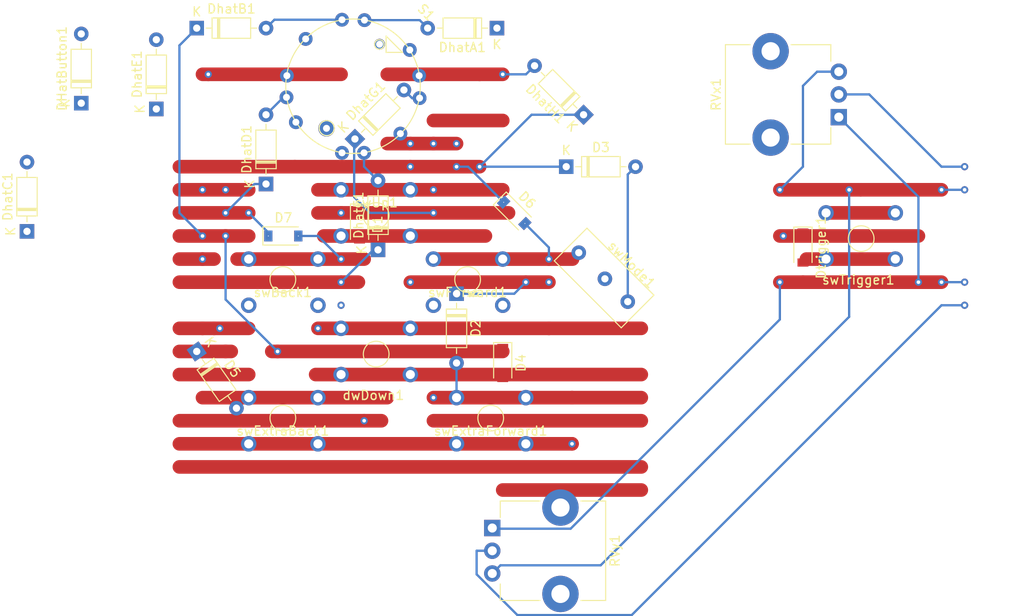
<source format=kicad_pcb>
(kicad_pcb (version 20171130) (host pcbnew "(5.1.10)-1")

  (general
    (thickness 1.6)
    (drawings 36)
    (tracks 218)
    (zones 0)
    (modules 28)
    (nets 31)
  )

  (page A4)
  (layers
    (0 F.Cu signal)
    (1 In1.Cu signal)
    (2 In2.Cu signal)
    (31 B.Cu signal)
    (32 B.Adhes user hide)
    (33 F.Adhes user)
    (34 B.Paste user hide)
    (35 F.Paste user)
    (36 B.SilkS user hide)
    (37 F.SilkS user)
    (38 B.Mask user hide)
    (39 F.Mask user hide)
    (40 Dwgs.User user)
    (41 Cmts.User user)
    (42 Eco1.User user)
    (43 Eco2.User user)
    (44 Edge.Cuts user)
    (45 Margin user)
    (46 B.CrtYd user)
    (47 F.CrtYd user)
    (48 B.Fab user)
    (49 F.Fab user)
  )

  (setup
    (last_trace_width 0.25)
    (user_trace_width 1.5)
    (user_trace_width 2)
    (trace_clearance 0.2)
    (zone_clearance 0.508)
    (zone_45_only no)
    (trace_min 0.2)
    (via_size 0.8)
    (via_drill 0.4)
    (via_min_size 0.4)
    (via_min_drill 0.3)
    (uvia_size 0.3)
    (uvia_drill 0.1)
    (uvias_allowed no)
    (uvia_min_size 0.2)
    (uvia_min_drill 0.1)
    (edge_width 0.05)
    (segment_width 0.2)
    (pcb_text_width 0.3)
    (pcb_text_size 1.5 1.5)
    (mod_edge_width 0.12)
    (mod_text_size 1 1)
    (mod_text_width 0.15)
    (pad_size 1.524 1.524)
    (pad_drill 0.762)
    (pad_to_mask_clearance 0)
    (aux_axis_origin 0 0)
    (visible_elements 7FFDFFFF)
    (pcbplotparams
      (layerselection 0x010fc_ffffffff)
      (usegerberextensions false)
      (usegerberattributes true)
      (usegerberadvancedattributes true)
      (creategerberjobfile true)
      (excludeedgelayer true)
      (linewidth 0.100000)
      (plotframeref false)
      (viasonmask false)
      (mode 1)
      (useauxorigin false)
      (hpglpennumber 1)
      (hpglpenspeed 20)
      (hpglpendiameter 15.000000)
      (psnegative false)
      (psa4output false)
      (plotreference true)
      (plotvalue true)
      (plotinvisibletext false)
      (padsonsilk false)
      (subtractmaskfromsilk false)
      (outputformat 1)
      (mirror false)
      (drillshape 1)
      (scaleselection 1)
      (outputdirectory ""))
  )

  (net 0 "")
  (net 1 row1)
  (net 2 "Net-(D1-Pad2)")
  (net 3 "Net-(D2-Pad2)")
  (net 4 row2)
  (net 5 "Net-(D3-Pad2)")
  (net 6 "Net-(D4-Pad2)")
  (net 7 "Net-(D5-Pad2)")
  (net 8 "Net-(D6-Pad2)")
  (net 9 "Net-(D7-Pad2)")
  (net 10 "Net-(Dtrigger1-Pad2)")
  (net 11 col2)
  (net 12 3.3V)
  (net 13 GND)
  (net 14 col4)
  (net 15 col3)
  (net 16 col1)
  (net 17 "Net-(DHatButton1-Pad2)")
  (net 18 col5)
  (net 19 "Net-(DhatA1-Pad2)")
  (net 20 "Net-(DhatB1-Pad2)")
  (net 21 "Net-(DhatC1-Pad2)")
  (net 22 "Net-(DhatD1-Pad2)")
  (net 23 "Net-(DhatE1-Pad2)")
  (net 24 "Net-(DhatF1-Pad2)")
  (net 25 "Net-(DhatG1-Pad2)")
  (net 26 "Net-(DhatH1-Pad2)")
  (net 27 col6)
  (net 28 col8)
  (net 29 col7)
  (net 30 row3)

  (net_class Default "This is the default net class."
    (clearance 0.2)
    (trace_width 0.25)
    (via_dia 0.8)
    (via_drill 0.4)
    (uvia_dia 0.3)
    (uvia_drill 0.1)
    (add_net 3.3V)
    (add_net GND)
    (add_net "Net-(D1-Pad2)")
    (add_net "Net-(D2-Pad2)")
    (add_net "Net-(D3-Pad2)")
    (add_net "Net-(D4-Pad2)")
    (add_net "Net-(D5-Pad2)")
    (add_net "Net-(D6-Pad2)")
    (add_net "Net-(D7-Pad2)")
    (add_net "Net-(DHatButton1-Pad2)")
    (add_net "Net-(DhatA1-Pad2)")
    (add_net "Net-(DhatB1-Pad2)")
    (add_net "Net-(DhatC1-Pad2)")
    (add_net "Net-(DhatD1-Pad2)")
    (add_net "Net-(DhatE1-Pad2)")
    (add_net "Net-(DhatF1-Pad2)")
    (add_net "Net-(DhatG1-Pad2)")
    (add_net "Net-(DhatH1-Pad2)")
    (add_net "Net-(Dtrigger1-Pad2)")
    (add_net col1)
    (add_net col2)
    (add_net col3)
    (add_net col4)
    (add_net col5)
    (add_net col6)
    (add_net col7)
    (add_net col8)
    (add_net row1)
    (add_net row2)
    (add_net row3)
  )

  (module ya-hotas-throttle-ee:AlpsRKJXL100401V (layer F.Cu) (tedit 60CF4D30) (tstamp 60CFC7B8)
    (at 133.35 110.49 315)
    (descr "8-directional switch with center press button")
    (path /60BFA4BD)
    (fp_text reference S1 (at 0 -11.43 135) (layer F.SilkS)
      (effects (font (size 1 1) (thickness 0.15)))
    )
    (fp_text value Hat8+press (at 0 -12.7 135) (layer F.Fab)
      (effects (font (size 1 1) (thickness 0.15)))
    )
    (fp_circle (center 0.0635 0) (end 7.4635 0) (layer F.SilkS) (width 0.12))
    (fp_line (start 5.2705 5.207) (end 6.1595 4.318) (layer F.SilkS) (width 0.12))
    (fp_line (start 1.27 -6.477) (end 0 -5.207) (layer F.SilkS) (width 0.12))
    (fp_line (start -1.27 -6.477) (end 1.27 -6.477) (layer F.SilkS) (width 0.12))
    (fp_line (start 0 -5.207) (end -1.27 -6.477) (layer F.SilkS) (width 0.12))
    (fp_circle (center 1.27 5.3) (end 2.095 5.3) (layer F.SilkS) (width 0.12))
    (fp_circle (center -1.143 -5.3) (end -0.618 -5.3) (layer F.SilkS) (width 0.12))
    (pad 1 thru_hole circle (at 1.651 -7.239 315) (size 1.524 1.524) (drill 0.762) (layers *.Cu *.Mask)
      (net 4 row2))
    (pad 2 thru_hole circle (at -1.5875 7.239 315) (size 1.524 1.524) (drill 0.762) (layers *.Cu *.Mask)
      (net 17 "Net-(DHatButton1-Pad2)"))
    (pad C2 thru_hole circle (at -7.3025 0 315) (size 1.524 1.524) (drill 0.762) (layers *.Cu *.Mask)
      (net 1 row1))
    (pad C1 thru_hole circle (at 7.4295 0 315) (size 1.524 1.524) (drill 0.762) (layers *.Cu *.Mask)
      (net 1 row1))
    (pad H thru_hole circle (at 4.3815 -5.969 315) (size 1.524 1.524) (drill 0.762) (layers *.Cu *.Mask)
      (net 26 "Net-(DhatH1-Pad2)"))
    (pad A thru_hole circle (at -4.191 -6.0325 315) (size 1.524 1.524) (drill 0.762) (layers *.Cu *.Mask)
      (net 19 "Net-(DhatA1-Pad2)"))
    (pad B thru_hole circle (at -5.969 -4.318 315) (size 1.524 1.524) (drill 0.762) (layers *.Cu *.Mask)
      (net 20 "Net-(DhatB1-Pad2)"))
    (pad C thru_hole circle (at -5.9055 4.318 315) (size 1.524 1.524) (drill 0.762) (layers *.Cu *.Mask)
      (net 21 "Net-(DhatC1-Pad2)"))
    (pad D thru_hole circle (at -4.2545 6.0325 315) (size 1.524 1.524) (drill 0.762) (layers *.Cu *.Mask)
      (net 22 "Net-(DhatD1-Pad2)"))
    (pad E thru_hole circle (at 4.3815 6.0325 315) (size 1.524 1.524) (drill 0.762) (layers *.Cu *.Mask)
      (net 23 "Net-(DhatE1-Pad2)"))
    (pad G thru_hole circle (at 6.1595 -4.2545 315) (size 1.524 1.524) (drill 0.762) (layers *.Cu *.Mask)
      (net 25 "Net-(DhatG1-Pad2)"))
    (pad F thru_hole circle (at 6.096 4.318 315) (size 1.524 1.524) (drill 0.762) (layers *.Cu *.Mask)
      (net 24 "Net-(DhatF1-Pad2)"))
    (pad "" np_thru_hole circle (at -1.143 -5.334 315) (size 1.2 1.2) (drill 0.762) (layers *.Cu *.Mask))
    (pad "" np_thru_hole circle (at 1.27 5.334 315) (size 1.8 1.8) (drill 0.762) (layers *.Cu *.Mask))
  )

  (module Diode_THT:D_DO-35_SOD27_P7.62mm_Horizontal (layer F.Cu) (tedit 5AE50CD5) (tstamp 60CB5231)
    (at 116.205 139.7 305)
    (descr "Diode, DO-35_SOD27 series, Axial, Horizontal, pin pitch=7.62mm, , length*diameter=4*2mm^2, , http://www.diodes.com/_files/packages/DO-35.pdf")
    (tags "Diode DO-35_SOD27 series Axial Horizontal pin pitch 7.62mm  length 4mm diameter 2mm")
    (path /60C63D98)
    (fp_text reference D5 (at 3.81 -2.12 125) (layer F.SilkS)
      (effects (font (size 1 1) (thickness 0.15)))
    )
    (fp_text value 1N4148W (at 3.81 2.12 125) (layer F.Fab)
      (effects (font (size 1 1) (thickness 0.15)))
    )
    (fp_line (start 8.67 -1.25) (end -1.05 -1.25) (layer F.CrtYd) (width 0.05))
    (fp_line (start 8.67 1.25) (end 8.67 -1.25) (layer F.CrtYd) (width 0.05))
    (fp_line (start -1.05 1.25) (end 8.67 1.25) (layer F.CrtYd) (width 0.05))
    (fp_line (start -1.05 -1.25) (end -1.05 1.25) (layer F.CrtYd) (width 0.05))
    (fp_line (start 2.29 -1.12) (end 2.29 1.12) (layer F.SilkS) (width 0.12))
    (fp_line (start 2.53 -1.12) (end 2.53 1.12) (layer F.SilkS) (width 0.12))
    (fp_line (start 2.41 -1.12) (end 2.41 1.12) (layer F.SilkS) (width 0.12))
    (fp_line (start 6.58 0) (end 5.93 0) (layer F.SilkS) (width 0.12))
    (fp_line (start 1.04 0) (end 1.69 0) (layer F.SilkS) (width 0.12))
    (fp_line (start 5.93 -1.12) (end 1.69 -1.12) (layer F.SilkS) (width 0.12))
    (fp_line (start 5.93 1.12) (end 5.93 -1.12) (layer F.SilkS) (width 0.12))
    (fp_line (start 1.69 1.12) (end 5.93 1.12) (layer F.SilkS) (width 0.12))
    (fp_line (start 1.69 -1.12) (end 1.69 1.12) (layer F.SilkS) (width 0.12))
    (fp_line (start 2.31 -1) (end 2.31 1) (layer F.Fab) (width 0.1))
    (fp_line (start 2.51 -1) (end 2.51 1) (layer F.Fab) (width 0.1))
    (fp_line (start 2.41 -1) (end 2.41 1) (layer F.Fab) (width 0.1))
    (fp_line (start 7.62 0) (end 5.81 0) (layer F.Fab) (width 0.1))
    (fp_line (start 0 0) (end 1.81 0) (layer F.Fab) (width 0.1))
    (fp_line (start 5.81 -1) (end 1.81 -1) (layer F.Fab) (width 0.1))
    (fp_line (start 5.81 1) (end 5.81 -1) (layer F.Fab) (width 0.1))
    (fp_line (start 1.81 1) (end 5.81 1) (layer F.Fab) (width 0.1))
    (fp_line (start 1.81 -1) (end 1.81 1) (layer F.Fab) (width 0.1))
    (fp_text user %R (at 4.11 0 125) (layer F.Fab)
      (effects (font (size 0.8 0.8) (thickness 0.12)))
    )
    (fp_text user K (at 0 -1.8 125) (layer F.Fab)
      (effects (font (size 1 1) (thickness 0.15)))
    )
    (fp_text user K (at 0 -1.8 125) (layer F.SilkS)
      (effects (font (size 1 1) (thickness 0.15)))
    )
    (pad 1 thru_hole rect (at 0 0 305) (size 1.6 1.6) (drill 0.8) (layers *.Cu *.Mask)
      (net 11 col2))
    (pad 2 thru_hole oval (at 7.62 0 305) (size 1.6 1.6) (drill 0.8) (layers *.Cu *.Mask)
      (net 7 "Net-(D5-Pad2)"))
    (model ${KISYS3DMOD}/Diode_THT.3dshapes/D_DO-35_SOD27_P7.62mm_Horizontal.wrl
      (at (xyz 0 0 0))
      (scale (xyz 1 1 1))
      (rotate (xyz 0 0 0))
    )
  )

  (module Diode_SMD:D_SOD-123 (layer F.Cu) (tedit 60CA6C2D) (tstamp 60B9BEAA)
    (at 151.13 124.46 315)
    (descr SOD-123)
    (tags SOD-123)
    (path /60CCDE9A)
    (attr smd)
    (fp_text reference D6 (at 0 -2 135) (layer F.SilkS)
      (effects (font (size 1 1) (thickness 0.15)))
    )
    (fp_text value 1N4148W (at 0 2.1 135) (layer F.Fab) hide
      (effects (font (size 1 1) (thickness 0.15)))
    )
    (fp_line (start -2.25 -1) (end -2.25 1) (layer F.SilkS) (width 0.12))
    (fp_line (start 0.25 0) (end 0.75 0) (layer F.Fab) (width 0.1))
    (fp_line (start 0.25 0.4) (end -0.35 0) (layer F.Fab) (width 0.1))
    (fp_line (start 0.25 -0.4) (end 0.25 0.4) (layer F.Fab) (width 0.1))
    (fp_line (start -0.35 0) (end 0.25 -0.4) (layer F.Fab) (width 0.1))
    (fp_line (start -0.35 0) (end -0.35 0.55) (layer F.Fab) (width 0.1))
    (fp_line (start -0.35 0) (end -0.35 -0.55) (layer F.Fab) (width 0.1))
    (fp_line (start -0.75 0) (end -0.35 0) (layer F.Fab) (width 0.1))
    (fp_line (start -1.4 0.9) (end -1.4 -0.9) (layer F.Fab) (width 0.1))
    (fp_line (start 1.4 0.9) (end -1.4 0.9) (layer F.Fab) (width 0.1))
    (fp_line (start 1.4 -0.9) (end 1.4 0.9) (layer F.Fab) (width 0.1))
    (fp_line (start -1.4 -0.9) (end 1.4 -0.9) (layer F.Fab) (width 0.1))
    (fp_line (start -2.35 -1.15) (end 2.35 -1.15) (layer F.CrtYd) (width 0.05))
    (fp_line (start 2.35 -1.15) (end 2.35 1.15) (layer F.CrtYd) (width 0.05))
    (fp_line (start 2.35 1.15) (end -2.35 1.15) (layer F.CrtYd) (width 0.05))
    (fp_line (start -2.35 -1.15) (end -2.35 1.15) (layer F.CrtYd) (width 0.05))
    (fp_line (start -2.25 1) (end 1.65 1) (layer F.SilkS) (width 0.12))
    (fp_line (start -2.25 -1) (end 1.65 -1) (layer F.SilkS) (width 0.12))
    (fp_text user " " (at 0 -2 135) (layer F.Fab) hide
      (effects (font (size 1 1) (thickness 0.15)))
    )
    (pad 2 thru_hole rect (at 1.65 0 315) (size 0.9 1.2) (drill 0.1) (layers *.Mask B.Cu)
      (net 8 "Net-(D6-Pad2)"))
    (pad 1 thru_hole rect (at -1.65 0 315) (size 0.9 1.2) (drill 0.1) (layers *.Mask B.Cu)
      (net 18 col5))
    (model ${KISYS3DMOD}/Diode_SMD.3dshapes/D_SOD-123.wrl
      (at (xyz 0 0 0))
      (scale (xyz 1 1 1))
      (rotate (xyz 0 0 0))
    )
  )

  (module ya-hotas-throttle-ee:Switch_slide_2 (layer F.Cu) (tedit 60BFB736) (tstamp 60C68266)
    (at 160.02 130.6322 315)
    (tags switch)
    (path /60BF419C)
    (fp_text reference swMode1 (at 2.5 -3.174 135) (layer F.SilkS)
      (effects (font (size 1 1) (thickness 0.15)))
    )
    (fp_text value SW_DPDT_x2 (at 2.5 -4.953 135) (layer F.Fab)
      (effects (font (size 1 1) (thickness 0.15)))
    )
    (fp_line (start -3.81 -2.54) (end -3.81 -1.27) (layer F.SilkS) (width 0.12))
    (fp_line (start 6.604 -2.54) (end -3.81 -2.54) (layer F.SilkS) (width 0.12))
    (fp_line (start 6.604 2.54) (end 6.604 -2.54) (layer F.SilkS) (width 0.12))
    (fp_line (start -3.81 2.54) (end 6.604 2.54) (layer F.SilkS) (width 0.12))
    (fp_line (start -3.81 -1.27) (end -3.81 2.54) (layer F.SilkS) (width 0.12))
    (fp_line (start -0.616 -0.924) (end 3.584 -0.924) (layer F.Fab) (width 0.1))
    (fp_line (start 3.584 -0.924) (end 3.584 1.076) (layer F.Fab) (width 0.1))
    (fp_line (start 3.584 1.076) (end -0.616 1.076) (layer F.Fab) (width 0.1))
    (fp_line (start -0.616 -0.924) (end -0.616 1.076) (layer F.Fab) (width 0.1))
    (fp_line (start 1.484 -0.924) (end 1.484 1.076) (layer F.Fab) (width 0.1))
    (fp_line (start -0.266 -0.924) (end -0.266 1.076) (layer F.Fab) (width 0.1))
    (fp_line (start 0.084 -0.924) (end 0.084 1.076) (layer F.Fab) (width 0.1))
    (fp_line (start 0.434 -0.924) (end 0.434 1.076) (layer F.Fab) (width 0.1))
    (fp_line (start 0.784 -0.924) (end 0.784 1.076) (layer F.Fab) (width 0.1))
    (fp_line (start 1.134 -0.924) (end 1.134 1.076) (layer F.Fab) (width 0.1))
    (fp_text user %R (at 2.5 -3.174 135) (layer F.Fab)
      (effects (font (size 1 1) (thickness 0.15)))
    )
    (pad 1 thru_hole circle (at -2.54 0 315) (size 1.6 1.6) (drill 0.8) (layers *.Cu *.Mask))
    (pad 2 thru_hole circle (at 1.524 0 315) (size 1.6 1.6) (drill 0.8) (layers *.Cu *.Mask)
      (net 30 row3))
    (pad 3 thru_hole circle (at 5.08 0 315) (size 1.6 1.6) (drill 0.8) (layers *.Cu *.Mask)
      (net 5 "Net-(D3-Pad2)"))
    (model ${KISYS3DMOD}/Button_Switch_THT.3dshapes/SW_E-Switch_EG1271_DPDT.wrl
      (at (xyz 0 0 0))
      (scale (xyz 1 1 1))
      (rotate (xyz 0 0 0))
    )
  )

  (module Diode_SMD:D_SOD-123 (layer F.Cu) (tedit 58645DC7) (tstamp 60BFB287)
    (at 182.88 128.27 270)
    (descr SOD-123)
    (tags SOD-123)
    (path /60C636AC)
    (attr smd)
    (fp_text reference Dtrigger1 (at 0 -2 90) (layer F.SilkS)
      (effects (font (size 1 1) (thickness 0.15)))
    )
    (fp_text value 1N4148W (at 0 2.1 90) (layer F.Fab)
      (effects (font (size 1 1) (thickness 0.15)))
    )
    (fp_line (start -2.25 -1) (end -2.25 1) (layer F.SilkS) (width 0.12))
    (fp_line (start 0.25 0) (end 0.75 0) (layer F.Fab) (width 0.1))
    (fp_line (start 0.25 0.4) (end -0.35 0) (layer F.Fab) (width 0.1))
    (fp_line (start 0.25 -0.4) (end 0.25 0.4) (layer F.Fab) (width 0.1))
    (fp_line (start -0.35 0) (end 0.25 -0.4) (layer F.Fab) (width 0.1))
    (fp_line (start -0.35 0) (end -0.35 0.55) (layer F.Fab) (width 0.1))
    (fp_line (start -0.35 0) (end -0.35 -0.55) (layer F.Fab) (width 0.1))
    (fp_line (start -0.75 0) (end -0.35 0) (layer F.Fab) (width 0.1))
    (fp_line (start -1.4 0.9) (end -1.4 -0.9) (layer F.Fab) (width 0.1))
    (fp_line (start 1.4 0.9) (end -1.4 0.9) (layer F.Fab) (width 0.1))
    (fp_line (start 1.4 -0.9) (end 1.4 0.9) (layer F.Fab) (width 0.1))
    (fp_line (start -1.4 -0.9) (end 1.4 -0.9) (layer F.Fab) (width 0.1))
    (fp_line (start -2.35 -1.15) (end 2.35 -1.15) (layer F.CrtYd) (width 0.05))
    (fp_line (start 2.35 -1.15) (end 2.35 1.15) (layer F.CrtYd) (width 0.05))
    (fp_line (start 2.35 1.15) (end -2.35 1.15) (layer F.CrtYd) (width 0.05))
    (fp_line (start -2.35 -1.15) (end -2.35 1.15) (layer F.CrtYd) (width 0.05))
    (fp_line (start -2.25 1) (end 1.65 1) (layer F.SilkS) (width 0.12))
    (fp_line (start -2.25 -1) (end 1.65 -1) (layer F.SilkS) (width 0.12))
    (fp_text user %R (at 0 -2 90) (layer F.Fab)
      (effects (font (size 1 1) (thickness 0.15)))
    )
    (pad 2 smd rect (at 1.65 0 270) (size 0.9 1.2) (layers F.Cu F.Paste F.Mask)
      (net 10 "Net-(Dtrigger1-Pad2)"))
    (pad 1 smd rect (at -1.65 0 270) (size 0.9 1.2) (layers F.Cu F.Paste F.Mask)
      (net 29 col7))
    (model ${KISYS3DMOD}/Diode_SMD.3dshapes/D_SOD-123.wrl
      (at (xyz 0 0 0))
      (scale (xyz 1 1 1))
      (rotate (xyz 0 0 0))
    )
  )

  (module Potentiometer_THT:Potentiometer_TT_P0915N (layer F.Cu) (tedit 60BD611C) (tstamp 60C70EBB)
    (at 148.71 159.12 270)
    (descr http://www.ttelectronics.com/sites/default/files/download-files/Datasheet_PanelPot_P09xSeries.pdf)
    (tags "potentiometer vertical TT P0915N single")
    (path /60BC880B)
    (fp_text reference RVy1 (at 2.5 -13.5 90) (layer F.SilkS)
      (effects (font (size 1 1) (thickness 0.15)))
    )
    (fp_text value R_POT_Small (at 2.5 2 90) (layer F.Fab)
      (effects (font (size 1 1) (thickness 0.15)))
    )
    (fp_line (start -3.1 -9.75) (end -3.1 -12.6) (layer F.CrtYd) (width 0.05))
    (fp_line (start 8.1 -0.75) (end 6.15 -0.75) (layer F.CrtYd) (width 0.05))
    (fp_line (start -3.1 -12.6) (end 8.1 -12.6) (layer F.CrtYd) (width 0.05))
    (fp_line (start 7.97 -0.88) (end 6.15 -0.88) (layer F.SilkS) (width 0.12))
    (fp_line (start -2.97 -12.47) (end -2.97 -9.75) (layer F.SilkS) (width 0.12))
    (fp_line (start 7.97 -12.47) (end -2.97 -12.47) (layer F.SilkS) (width 0.12))
    (fp_circle (center 2.5 -7.5) (end 5.5 -7.5) (layer F.Fab) (width 0.12))
    (fp_line (start -2.85 -12.35) (end 7.85 -12.35) (layer F.Fab) (width 0.1))
    (fp_line (start -2.85 -1) (end -2.85 -12.35) (layer F.Fab) (width 0.1))
    (fp_line (start 7.85 -1) (end -2.85 -1) (layer F.Fab) (width 0.1))
    (fp_line (start 7.85 -12.35) (end 7.85 -1) (layer F.Fab) (width 0.1))
    (fp_line (start -1.15 -0.88) (end -2.97 -0.88) (layer F.SilkS) (width 0.12))
    (fp_line (start 6.15 1.15) (end 6.15 -0.75) (layer F.CrtYd) (width 0.05))
    (fp_line (start -1.15 -0.75) (end -3.1 -0.75) (layer F.CrtYd) (width 0.05))
    (fp_line (start -1.15 1.15) (end -1.15 -0.75) (layer F.CrtYd) (width 0.05))
    (fp_line (start 6.15 1.15) (end -1.15 1.15) (layer F.CrtYd) (width 0.05))
    (fp_line (start -3.1 -9.75) (end -4.5 -9.75) (layer F.CrtYd) (width 0.05))
    (fp_line (start -4.5 -5.25) (end -4.5 -9.75) (layer F.CrtYd) (width 0.05))
    (fp_line (start -3.1 -0.75) (end -3.1 -5.25) (layer F.CrtYd) (width 0.05))
    (fp_line (start -3.1 -5.25) (end -4.5 -5.25) (layer F.CrtYd) (width 0.05))
    (fp_line (start 8.1 -0.75) (end 8.1 -5.25) (layer F.CrtYd) (width 0.05))
    (fp_line (start 8.1 -9.75) (end 8.1 -12.6) (layer F.CrtYd) (width 0.05))
    (fp_line (start 9.5 -9.75) (end 8.1 -9.75) (layer F.CrtYd) (width 0.05))
    (fp_line (start 9.5 -5.25) (end 8.1 -5.25) (layer F.CrtYd) (width 0.05))
    (fp_line (start 9.5 -5.25) (end 9.5 -9.75) (layer F.CrtYd) (width 0.05))
    (fp_line (start -2.97 -5.25) (end -2.97 -0.88) (layer F.SilkS) (width 0.12))
    (fp_line (start 7.97 -5.25) (end 7.97 -0.88) (layer F.SilkS) (width 0.12))
    (fp_line (start 7.97 -12.47) (end 7.97 -9.75) (layer F.SilkS) (width 0.12))
    (fp_text user %R (at 2.5 -7.5 90) (layer F.Fab)
      (effects (font (size 1 1) (thickness 0.15)))
    )
    (pad 1 thru_hole rect (at 0 0 270) (size 1.8 1.8) (drill 1) (layers *.Cu *.Mask)
      (net 12 3.3V))
    (pad 2 thru_hole circle (at 2.5 0 270) (size 1.8 1.8) (drill 1) (layers *.Cu *.Mask))
    (pad 3 thru_hole circle (at 5 0 270) (size 1.8 1.8) (drill 1) (layers *.Cu *.Mask)
      (net 13 GND))
    (pad "" thru_hole oval (at -2.25 -7.5 270) (size 4 4) (drill 2) (layers *.Cu *.Mask))
    (pad "" thru_hole oval (at 7.25 -7.5 270) (size 4 4) (drill 2) (layers *.Cu *.Mask))
    (model ${KISYS3DMOD}/Potentiometer_THT.3dshapes/Potentiometer_TT_P0915N.wrl
      (at (xyz 0 0 0))
      (scale (xyz 1 1 1))
      (rotate (xyz 0 0 0))
    )
  )

  (module Diode_SMD:D_SOD-123 (layer F.Cu) (tedit 60CA0B2E) (tstamp 60B9BEC3)
    (at 125.73 127)
    (descr SOD-123)
    (tags SOD-123)
    (path /60CD44AC)
    (attr smd)
    (fp_text reference D7 (at 0 -2) (layer F.SilkS)
      (effects (font (size 1 1) (thickness 0.15)))
    )
    (fp_text value 1N4148W (at 0 2.1) (layer F.Fab) hide
      (effects (font (size 1 1) (thickness 0.15)))
    )
    (fp_line (start -2.25 -1) (end -2.25 1) (layer F.SilkS) (width 0.12))
    (fp_line (start 0.25 0) (end 0.75 0) (layer F.Fab) (width 0.1))
    (fp_line (start 0.25 0.4) (end -0.35 0) (layer F.Fab) (width 0.1))
    (fp_line (start 0.25 -0.4) (end 0.25 0.4) (layer F.Fab) (width 0.1))
    (fp_line (start -0.35 0) (end 0.25 -0.4) (layer F.Fab) (width 0.1))
    (fp_line (start -0.35 0) (end -0.35 0.55) (layer F.Fab) (width 0.1))
    (fp_line (start -0.35 0) (end -0.35 -0.55) (layer F.Fab) (width 0.1))
    (fp_line (start -0.75 0) (end -0.35 0) (layer F.Fab) (width 0.1))
    (fp_line (start -1.4 0.9) (end -1.4 -0.9) (layer F.Fab) (width 0.1))
    (fp_line (start 1.4 0.9) (end -1.4 0.9) (layer F.Fab) (width 0.1))
    (fp_line (start 1.4 -0.9) (end 1.4 0.9) (layer F.Fab) (width 0.1))
    (fp_line (start -1.4 -0.9) (end 1.4 -0.9) (layer F.Fab) (width 0.1))
    (fp_line (start -2.35 -1.15) (end 2.35 -1.15) (layer F.CrtYd) (width 0.05))
    (fp_line (start 2.35 -1.15) (end 2.35 1.15) (layer F.CrtYd) (width 0.05))
    (fp_line (start 2.35 1.15) (end -2.35 1.15) (layer F.CrtYd) (width 0.05))
    (fp_line (start -2.35 -1.15) (end -2.35 1.15) (layer F.CrtYd) (width 0.05))
    (fp_line (start -2.25 1) (end 1.65 1) (layer F.SilkS) (width 0.12))
    (fp_line (start -2.25 -1) (end 1.65 -1) (layer F.SilkS) (width 0.12))
    (fp_text user %R (at 0 -2) (layer F.Fab) hide
      (effects (font (size 1 1) (thickness 0.15)))
    )
    (pad 2 thru_hole rect (at 1.65 0) (size 0.9 1.2) (drill 0.1) (layers *.Cu *.Mask)
      (net 9 "Net-(D7-Pad2)"))
    (pad 1 thru_hole rect (at -1.65 0) (size 0.9 1.2) (drill 0.1) (layers *.Cu *.Mask)
      (net 16 col1))
    (model ${KISYS3DMOD}/Diode_SMD.3dshapes/D_SOD-123.wrl
      (at (xyz 0 0 0))
      (scale (xyz 1 1 1))
      (rotate (xyz 0 0 0))
    )
  )

  (module ya-hotas-throttle-ee:Switch_Tact (layer F.Cu) (tedit 60BD15A3) (tstamp 60B9DFDD)
    (at 144.78 144.78)
    (descr SW_TH_Tactile_Omron_B3F-10xx_https://www.omron.com/ecb/products/pdf/en-b3f.pdf)
    (tags "Omron B3F-10xx")
    (path /60B882A4)
    (fp_text reference swExtraForward1 (at 3.758 3.664213) (layer F.SilkS)
      (effects (font (size 1 1) (thickness 0.15)))
    )
    (fp_text value SW_MEC_5E (at 3.81 6.858) (layer F.Fab) hide
      (effects (font (size 1 1) (thickness 0.15)))
    )
    (fp_line (start 0.758 -0.75) (end 0.758 5.25) (layer F.Fab) (width 0.1))
    (fp_line (start 6.758 -0.75) (end 6.758 5.25) (layer F.Fab) (width 0.1))
    (fp_line (start 0.758 -0.762) (end 6.758 -0.762) (layer F.Fab) (width 0.1))
    (fp_circle (center 3.758 2.25) (end 4.758 3.25) (layer F.SilkS) (width 0.12))
    (fp_line (start 0.758 5.25) (end 6.758 5.25) (layer F.Fab) (width 0.1))
    (fp_text user " " (at 4.064 2.54) (layer F.Fab) hide
      (effects (font (size 1 1) (thickness 0.15)))
    )
    (pad 4 thru_hole circle (at 7.62 5.08) (size 1.7 1.7) (drill 1) (layers *.Cu *.Mask)
      (net 30 row3))
    (pad 4 thru_hole circle (at 0 5.08) (size 1.7 1.7) (drill 1) (layers *.Cu *.Mask)
      (net 30 row3))
    (pad 1 thru_hole circle (at 7.62 0) (size 1.7 1.7) (drill 1) (layers *.Cu *.Mask)
      (net 3 "Net-(D2-Pad2)"))
    (pad 1 thru_hole circle (at 0 0) (size 1.7 1.7) (drill 1) (layers *.Cu *.Mask)
      (net 3 "Net-(D2-Pad2)"))
    (model ${KISYS3DMOD}/Button_Switch_THT.3dshapes/SW_TH_Tactile_Omron_B3F-10xx.wrl
      (at (xyz 0 0 0))
      (scale (xyz 1 1 1))
      (rotate (xyz 0 0 0))
    )
  )

  (module ya-hotas-throttle-ee:Switch_Tact (layer F.Cu) (tedit 60BD15A3) (tstamp 60B9DFD0)
    (at 121.92 129.54)
    (descr SW_TH_Tactile_Omron_B3F-10xx_https://www.omron.com/ecb/products/pdf/en-b3f.pdf)
    (tags "Omron B3F-10xx")
    (path /60B7E752)
    (fp_text reference swBack1 (at 3.758 3.664213) (layer F.SilkS)
      (effects (font (size 1 1) (thickness 0.15)))
    )
    (fp_text value SW_MEC_5E (at 3.81 6.858) (layer F.Fab) hide
      (effects (font (size 1 1) (thickness 0.15)))
    )
    (fp_line (start 0.758 -0.75) (end 0.758 5.25) (layer F.Fab) (width 0.1))
    (fp_line (start 6.758 -0.75) (end 6.758 5.25) (layer F.Fab) (width 0.1))
    (fp_line (start 0.758 -0.762) (end 6.758 -0.762) (layer F.Fab) (width 0.1))
    (fp_circle (center 3.758 2.25) (end 4.758 3.25) (layer F.SilkS) (width 0.12))
    (fp_line (start 0.758 5.25) (end 6.758 5.25) (layer F.Fab) (width 0.1))
    (fp_text user " " (at 4.064 2.25) (layer F.Fab) hide
      (effects (font (size 1 1) (thickness 0.15)))
    )
    (pad 4 thru_hole circle (at 7.62 5.08) (size 1.7 1.7) (drill 1) (layers *.Cu *.Mask)
      (net 4 row2))
    (pad 4 thru_hole circle (at 0 5.08) (size 1.7 1.7) (drill 1) (layers *.Cu *.Mask)
      (net 4 row2))
    (pad 1 thru_hole circle (at 7.62 0) (size 1.7 1.7) (drill 1) (layers *.Cu *.Mask)
      (net 9 "Net-(D7-Pad2)"))
    (pad 1 thru_hole circle (at 0 0) (size 1.7 1.7) (drill 1) (layers *.Cu *.Mask)
      (net 9 "Net-(D7-Pad2)"))
    (model ${KISYS3DMOD}/Button_Switch_THT.3dshapes/SW_TH_Tactile_Omron_B3F-10xx.wrl
      (at (xyz 0 0 0))
      (scale (xyz 1 1 1))
      (rotate (xyz 0 0 0))
    )
  )

  (module ya-hotas-throttle-ee:Switch_Tact (layer F.Cu) (tedit 60BD15A3) (tstamp 60C70C84)
    (at 121.92 144.78)
    (descr SW_TH_Tactile_Omron_B3F-10xx_https://www.omron.com/ecb/products/pdf/en-b3f.pdf)
    (tags "Omron B3F-10xx")
    (path /60B711D1)
    (fp_text reference swExtraBack1 (at 3.758 3.664213) (layer F.SilkS)
      (effects (font (size 1 1) (thickness 0.15)))
    )
    (fp_text value SW_MEC_5E (at 3.81 6.858) (layer F.Fab) hide
      (effects (font (size 1 1) (thickness 0.15)))
    )
    (fp_line (start 0.758 -0.75) (end 0.758 5.25) (layer F.Fab) (width 0.1))
    (fp_line (start 6.758 -0.75) (end 6.758 5.25) (layer F.Fab) (width 0.1))
    (fp_line (start 0.758 -0.762) (end 6.758 -0.762) (layer F.Fab) (width 0.1))
    (fp_circle (center 3.758 2.25) (end 4.758 3.25) (layer F.SilkS) (width 0.12))
    (fp_line (start 0.758 5.25) (end 6.758 5.25) (layer F.Fab) (width 0.1))
    (fp_text user " " (at 4.064 2.25) (layer F.Fab) hide
      (effects (font (size 1 1) (thickness 0.15)))
    )
    (pad 4 thru_hole circle (at 7.62 5.08) (size 1.7 1.7) (drill 1) (layers *.Cu *.Mask)
      (net 30 row3))
    (pad 4 thru_hole circle (at 0 5.08) (size 1.7 1.7) (drill 1) (layers *.Cu *.Mask)
      (net 30 row3))
    (pad 1 thru_hole circle (at 7.62 0) (size 1.7 1.7) (drill 1) (layers *.Cu *.Mask)
      (net 7 "Net-(D5-Pad2)"))
    (pad 1 thru_hole circle (at 0 0) (size 1.7 1.7) (drill 1) (layers *.Cu *.Mask)
      (net 7 "Net-(D5-Pad2)"))
    (model ${KISYS3DMOD}/Button_Switch_THT.3dshapes/SW_TH_Tactile_Omron_B3F-10xx.wrl
      (at (xyz 0 0 0))
      (scale (xyz 1 1 1))
      (rotate (xyz 0 0 0))
    )
  )

  (module ya-hotas-throttle-ee:Switch_Tact (layer F.Cu) (tedit 60BD15A3) (tstamp 60C9B754)
    (at 142.24 129.54)
    (descr SW_TH_Tactile_Omron_B3F-10xx_https://www.omron.com/ecb/products/pdf/en-b3f.pdf)
    (tags "Omron B3F-10xx")
    (path /60B895EB)
    (fp_text reference swForward1 (at 3.758 3.664213) (layer F.SilkS)
      (effects (font (size 1 1) (thickness 0.15)))
    )
    (fp_text value SW_MEC_5E (at 3.81 6.858) (layer F.Fab) hide
      (effects (font (size 1 1) (thickness 0.15)))
    )
    (fp_line (start 0.758 -0.75) (end 0.758 5.25) (layer F.Fab) (width 0.1))
    (fp_line (start 6.758 -0.75) (end 6.758 5.25) (layer F.Fab) (width 0.1))
    (fp_line (start 0.758 -0.762) (end 6.758 -0.762) (layer F.Fab) (width 0.1))
    (fp_circle (center 3.758 2.25) (end 4.758 3.25) (layer F.SilkS) (width 0.12))
    (fp_line (start 0.758 5.25) (end 6.758 5.25) (layer F.Fab) (width 0.1))
    (fp_text user " " (at 4.064 2.25) (layer F.Fab) hide
      (effects (font (size 1 1) (thickness 0.15)))
    )
    (pad 4 thru_hole circle (at 7.62 5.08) (size 1.7 1.7) (drill 1) (layers *.Cu *.Mask)
      (net 4 row2))
    (pad 4 thru_hole circle (at 0 5.08) (size 1.7 1.7) (drill 1) (layers *.Cu *.Mask)
      (net 4 row2))
    (pad 1 thru_hole circle (at 7.62 0) (size 1.7 1.7) (drill 1) (layers *.Cu *.Mask)
      (net 8 "Net-(D6-Pad2)"))
    (pad 1 thru_hole circle (at 0 0) (size 1.7 1.7) (drill 1) (layers *.Cu *.Mask)
      (net 8 "Net-(D6-Pad2)"))
    (model ${KISYS3DMOD}/Button_Switch_THT.3dshapes/SW_TH_Tactile_Omron_B3F-10xx.wrl
      (at (xyz 0 0 0))
      (scale (xyz 1 1 1))
      (rotate (xyz 0 0 0))
    )
  )

  (module ya-hotas-throttle-ee:Switch_Tact (layer F.Cu) (tedit 60BD15A3) (tstamp 60B9E011)
    (at 193.04 129.54 180)
    (descr SW_TH_Tactile_Omron_B3F-10xx_https://www.omron.com/ecb/products/pdf/en-b3f.pdf)
    (tags "Omron B3F-10xx")
    (path /60CD9F9C)
    (fp_text reference swTrigger1 (at 4.064 -2.286) (layer F.SilkS)
      (effects (font (size 1 1) (thickness 0.15)))
    )
    (fp_text value SW_MEC_5E (at 3.81 6.858) (layer F.Fab) hide
      (effects (font (size 1 1) (thickness 0.15)))
    )
    (fp_line (start 0.758 -0.75) (end 0.758 5.25) (layer F.Fab) (width 0.1))
    (fp_line (start 6.758 -0.75) (end 6.758 5.25) (layer F.Fab) (width 0.1))
    (fp_line (start 0.758 -0.762) (end 6.758 -0.762) (layer F.Fab) (width 0.1))
    (fp_circle (center 3.758 2.25) (end 4.758 3.25) (layer F.SilkS) (width 0.12))
    (fp_line (start 0.758 5.25) (end 6.758 5.25) (layer F.Fab) (width 0.1))
    (fp_text user %R (at 4.064 2.25) (layer F.Fab) hide
      (effects (font (size 1 1) (thickness 0.15)))
    )
    (pad 4 thru_hole circle (at 7.62 5.08 180) (size 1.7 1.7) (drill 1) (layers *.Cu *.Mask)
      (net 4 row2))
    (pad 4 thru_hole circle (at 0 5.08 180) (size 1.7 1.7) (drill 1) (layers *.Cu *.Mask)
      (net 4 row2))
    (pad 1 thru_hole circle (at 7.62 0 180) (size 1.7 1.7) (drill 1) (layers *.Cu *.Mask)
      (net 10 "Net-(Dtrigger1-Pad2)"))
    (pad 1 thru_hole circle (at 0 0 180) (size 1.7 1.7) (drill 1) (layers *.Cu *.Mask)
      (net 10 "Net-(Dtrigger1-Pad2)"))
    (model ${KISYS3DMOD}/Button_Switch_THT.3dshapes/SW_TH_Tactile_Omron_B3F-10xx.wrl
      (at (xyz 0 0 0))
      (scale (xyz 1 1 1))
      (rotate (xyz 0 0 0))
    )
  )

  (module ya-hotas-throttle-ee:Switch_Tact (layer F.Cu) (tedit 60BD15A3) (tstamp 60B9E01E)
    (at 139.7 127 180)
    (descr SW_TH_Tactile_Omron_B3F-10xx_https://www.omron.com/ecb/products/pdf/en-b3f.pdf)
    (tags "Omron B3F-10xx")
    (path /60B6C2E9)
    (fp_text reference swUp1 (at 3.758 3.664213) (layer F.SilkS)
      (effects (font (size 1 1) (thickness 0.15)))
    )
    (fp_text value SW_MEC_5E (at 3.81 6.858) (layer F.Fab) hide
      (effects (font (size 1 1) (thickness 0.15)))
    )
    (fp_line (start 0.758 -0.75) (end 0.758 5.25) (layer F.Fab) (width 0.1))
    (fp_line (start 6.758 -0.75) (end 6.758 5.25) (layer F.Fab) (width 0.1))
    (fp_line (start 0.758 -0.762) (end 6.758 -0.762) (layer F.Fab) (width 0.1))
    (fp_circle (center 3.758 2.25) (end 4.758 3.25) (layer F.SilkS) (width 0.12))
    (fp_line (start 0.758 5.25) (end 6.758 5.25) (layer F.Fab) (width 0.1))
    (fp_text user " " (at 4.064 2.25) (layer F.Fab) hide
      (effects (font (size 1 1) (thickness 0.15)))
    )
    (pad 4 thru_hole circle (at 7.62 5.08 180) (size 1.7 1.7) (drill 1) (layers *.Cu *.Mask)
      (net 4 row2))
    (pad 4 thru_hole circle (at 0 5.08 180) (size 1.7 1.7) (drill 1) (layers *.Cu *.Mask)
      (net 4 row2))
    (pad 1 thru_hole circle (at 7.62 0 180) (size 1.7 1.7) (drill 1) (layers *.Cu *.Mask)
      (net 2 "Net-(D1-Pad2)"))
    (pad 1 thru_hole circle (at 0 0 180) (size 1.7 1.7) (drill 1) (layers *.Cu *.Mask)
      (net 2 "Net-(D1-Pad2)"))
    (model ${KISYS3DMOD}/Button_Switch_THT.3dshapes/SW_TH_Tactile_Omron_B3F-10xx.wrl
      (at (xyz 0 0 0))
      (scale (xyz 1 1 1))
      (rotate (xyz 0 0 0))
    )
  )

  (module Diode_SMD:D_SOD-123 (layer F.Cu) (tedit 58645DC7) (tstamp 60BFA6CB)
    (at 134.112 125.73 270)
    (descr SOD-123)
    (tags SOD-123)
    (path /60BD82F0)
    (attr smd)
    (fp_text reference D1 (at 0 -2 90) (layer F.SilkS)
      (effects (font (size 1 1) (thickness 0.15)))
    )
    (fp_text value 1N4148W (at 0 2.1 90) (layer F.Fab) hide
      (effects (font (size 1 1) (thickness 0.15)))
    )
    (fp_line (start -2.25 -1) (end -2.25 1) (layer F.SilkS) (width 0.12))
    (fp_line (start 0.25 0) (end 0.75 0) (layer F.Fab) (width 0.1))
    (fp_line (start 0.25 0.4) (end -0.35 0) (layer F.Fab) (width 0.1))
    (fp_line (start 0.25 -0.4) (end 0.25 0.4) (layer F.Fab) (width 0.1))
    (fp_line (start -0.35 0) (end 0.25 -0.4) (layer F.Fab) (width 0.1))
    (fp_line (start -0.35 0) (end -0.35 0.55) (layer F.Fab) (width 0.1))
    (fp_line (start -0.35 0) (end -0.35 -0.55) (layer F.Fab) (width 0.1))
    (fp_line (start -0.75 0) (end -0.35 0) (layer F.Fab) (width 0.1))
    (fp_line (start -1.4 0.9) (end -1.4 -0.9) (layer F.Fab) (width 0.1))
    (fp_line (start 1.4 0.9) (end -1.4 0.9) (layer F.Fab) (width 0.1))
    (fp_line (start 1.4 -0.9) (end 1.4 0.9) (layer F.Fab) (width 0.1))
    (fp_line (start -1.4 -0.9) (end 1.4 -0.9) (layer F.Fab) (width 0.1))
    (fp_line (start -2.35 -1.15) (end 2.35 -1.15) (layer F.CrtYd) (width 0.05))
    (fp_line (start 2.35 -1.15) (end 2.35 1.15) (layer F.CrtYd) (width 0.05))
    (fp_line (start 2.35 1.15) (end -2.35 1.15) (layer F.CrtYd) (width 0.05))
    (fp_line (start -2.35 -1.15) (end -2.35 1.15) (layer F.CrtYd) (width 0.05))
    (fp_line (start -2.25 1) (end 1.65 1) (layer F.SilkS) (width 0.12))
    (fp_line (start -2.25 -1) (end 1.65 -1) (layer F.SilkS) (width 0.12))
    (fp_text user %R (at 0 -2 90) (layer F.Fab) hide
      (effects (font (size 1 1) (thickness 0.15)))
    )
    (pad 2 smd rect (at 1.65 0 270) (size 0.9 1.2) (layers F.Cu F.Paste F.Mask)
      (net 2 "Net-(D1-Pad2)"))
    (pad 1 smd rect (at -1.65 0 270) (size 0.9 1.2) (layers F.Cu F.Paste F.Mask)
      (net 27 col6))
    (model ${KISYS3DMOD}/Diode_SMD.3dshapes/D_SOD-123.wrl
      (at (xyz 0 0 0))
      (scale (xyz 1 1 1))
      (rotate (xyz 0 0 0))
    )
  )

  (module Potentiometer_THT:Potentiometer_TT_P0915N (layer F.Cu) (tedit 60BD610E) (tstamp 60B9BF63)
    (at 186.824 113.93 90)
    (descr http://www.ttelectronics.com/sites/default/files/download-files/Datasheet_PanelPot_P09xSeries.pdf)
    (tags "potentiometer vertical TT P0915N single")
    (path /60BC6841)
    (fp_text reference RVx1 (at 2.5 -13.5 90) (layer F.SilkS)
      (effects (font (size 1 1) (thickness 0.15)))
    )
    (fp_text value R_POT_Small (at 2.5 2 90) (layer F.Fab)
      (effects (font (size 1 1) (thickness 0.15)))
    )
    (fp_line (start -3.1 -9.75) (end -3.1 -12.6) (layer F.CrtYd) (width 0.05))
    (fp_line (start 8.1 -0.75) (end 6.15 -0.75) (layer F.CrtYd) (width 0.05))
    (fp_line (start -3.1 -12.6) (end 8.1 -12.6) (layer F.CrtYd) (width 0.05))
    (fp_line (start 7.97 -0.88) (end 6.15 -0.88) (layer F.SilkS) (width 0.12))
    (fp_line (start -2.97 -12.47) (end -2.97 -9.75) (layer F.SilkS) (width 0.12))
    (fp_line (start 7.97 -12.47) (end -2.97 -12.47) (layer F.SilkS) (width 0.12))
    (fp_circle (center 2.5 -7.5) (end 5.5 -7.5) (layer F.Fab) (width 0.12))
    (fp_line (start -2.85 -12.35) (end 7.85 -12.35) (layer F.Fab) (width 0.1))
    (fp_line (start -2.85 -1) (end -2.85 -12.35) (layer F.Fab) (width 0.1))
    (fp_line (start 7.85 -1) (end -2.85 -1) (layer F.Fab) (width 0.1))
    (fp_line (start 7.85 -12.35) (end 7.85 -1) (layer F.Fab) (width 0.1))
    (fp_line (start -1.15 -0.88) (end -2.97 -0.88) (layer F.SilkS) (width 0.12))
    (fp_line (start 6.15 1.15) (end 6.15 -0.75) (layer F.CrtYd) (width 0.05))
    (fp_line (start -1.15 -0.75) (end -3.1 -0.75) (layer F.CrtYd) (width 0.05))
    (fp_line (start -1.15 1.15) (end -1.15 -0.75) (layer F.CrtYd) (width 0.05))
    (fp_line (start 6.15 1.15) (end -1.15 1.15) (layer F.CrtYd) (width 0.05))
    (fp_line (start -3.1 -9.75) (end -4.5 -9.75) (layer F.CrtYd) (width 0.05))
    (fp_line (start -4.5 -5.25) (end -4.5 -9.75) (layer F.CrtYd) (width 0.05))
    (fp_line (start -3.1 -0.75) (end -3.1 -5.25) (layer F.CrtYd) (width 0.05))
    (fp_line (start -3.1 -5.25) (end -4.5 -5.25) (layer F.CrtYd) (width 0.05))
    (fp_line (start 8.1 -0.75) (end 8.1 -5.25) (layer F.CrtYd) (width 0.05))
    (fp_line (start 8.1 -9.75) (end 8.1 -12.6) (layer F.CrtYd) (width 0.05))
    (fp_line (start 9.5 -9.75) (end 8.1 -9.75) (layer F.CrtYd) (width 0.05))
    (fp_line (start 9.5 -5.25) (end 8.1 -5.25) (layer F.CrtYd) (width 0.05))
    (fp_line (start 9.5 -5.25) (end 9.5 -9.75) (layer F.CrtYd) (width 0.05))
    (fp_line (start -2.97 -5.25) (end -2.97 -0.88) (layer F.SilkS) (width 0.12))
    (fp_line (start 7.97 -5.25) (end 7.97 -0.88) (layer F.SilkS) (width 0.12))
    (fp_line (start 7.97 -12.47) (end 7.97 -9.75) (layer F.SilkS) (width 0.12))
    (fp_text user %R (at 2.5 -7.5 90) (layer F.Fab)
      (effects (font (size 1 1) (thickness 0.15)))
    )
    (pad 1 thru_hole rect (at 0 0 90) (size 1.8 1.8) (drill 1) (layers *.Cu *.Mask)
      (net 12 3.3V))
    (pad 2 thru_hole circle (at 2.5 0 90) (size 1.8 1.8) (drill 1) (layers *.Cu *.Mask))
    (pad 3 thru_hole circle (at 5 0 90) (size 1.8 1.8) (drill 1) (layers *.Cu *.Mask)
      (net 13 GND))
    (pad "" thru_hole oval (at -2.25 -7.5 90) (size 4 4) (drill 2) (layers *.Cu *.Mask))
    (pad "" thru_hole oval (at 7.25 -7.5 90) (size 4 4) (drill 2) (layers *.Cu *.Mask))
    (model ${KISYS3DMOD}/Potentiometer_THT.3dshapes/Potentiometer_TT_P0915N.wrl
      (at (xyz 0 0 0))
      (scale (xyz 1 1 1))
      (rotate (xyz 0 0 0))
    )
  )

  (module Diode_SMD:D_SOD-123 (layer F.Cu) (tedit 58645DC7) (tstamp 60BD0699)
    (at 149.86 140.97 270)
    (descr SOD-123)
    (tags SOD-123)
    (path /60BF7F0F)
    (attr smd)
    (fp_text reference D4 (at 0 -2 90) (layer F.SilkS)
      (effects (font (size 1 1) (thickness 0.15)))
    )
    (fp_text value 1N4148W (at 0 2.1 90) (layer F.Fab)
      (effects (font (size 1 1) (thickness 0.15)))
    )
    (fp_line (start -2.25 -1) (end -2.25 1) (layer F.SilkS) (width 0.12))
    (fp_line (start 0.25 0) (end 0.75 0) (layer F.Fab) (width 0.1))
    (fp_line (start 0.25 0.4) (end -0.35 0) (layer F.Fab) (width 0.1))
    (fp_line (start 0.25 -0.4) (end 0.25 0.4) (layer F.Fab) (width 0.1))
    (fp_line (start -0.35 0) (end 0.25 -0.4) (layer F.Fab) (width 0.1))
    (fp_line (start -0.35 0) (end -0.35 0.55) (layer F.Fab) (width 0.1))
    (fp_line (start -0.35 0) (end -0.35 -0.55) (layer F.Fab) (width 0.1))
    (fp_line (start -0.75 0) (end -0.35 0) (layer F.Fab) (width 0.1))
    (fp_line (start -1.4 0.9) (end -1.4 -0.9) (layer F.Fab) (width 0.1))
    (fp_line (start 1.4 0.9) (end -1.4 0.9) (layer F.Fab) (width 0.1))
    (fp_line (start 1.4 -0.9) (end 1.4 0.9) (layer F.Fab) (width 0.1))
    (fp_line (start -1.4 -0.9) (end 1.4 -0.9) (layer F.Fab) (width 0.1))
    (fp_line (start -2.35 -1.15) (end 2.35 -1.15) (layer F.CrtYd) (width 0.05))
    (fp_line (start 2.35 -1.15) (end 2.35 1.15) (layer F.CrtYd) (width 0.05))
    (fp_line (start 2.35 1.15) (end -2.35 1.15) (layer F.CrtYd) (width 0.05))
    (fp_line (start -2.35 -1.15) (end -2.35 1.15) (layer F.CrtYd) (width 0.05))
    (fp_line (start -2.25 1) (end 1.65 1) (layer F.SilkS) (width 0.12))
    (fp_line (start -2.25 -1) (end 1.65 -1) (layer F.SilkS) (width 0.12))
    (fp_text user " " (at 0 -2 90) (layer F.Fab)
      (effects (font (size 1 1) (thickness 0.15)))
    )
    (pad 2 smd rect (at 1.65 0 270) (size 0.9 1.2) (layers F.Cu F.Paste F.Mask)
      (net 6 "Net-(D4-Pad2)"))
    (pad 1 smd rect (at -1.65 0 270) (size 0.9 1.2) (layers F.Cu F.Paste F.Mask)
      (net 15 col3))
    (model ${KISYS3DMOD}/Diode_SMD.3dshapes/D_SOD-123.wrl
      (at (xyz 0 0 0))
      (scale (xyz 1 1 1))
      (rotate (xyz 0 0 0))
    )
  )

  (module ya-hotas-throttle-ee:Switch_Tact (layer F.Cu) (tedit 60BD15A3) (tstamp 60CA150D)
    (at 139.7 142.24 180)
    (descr SW_TH_Tactile_Omron_B3F-10xx_https://www.omron.com/ecb/products/pdf/en-b3f.pdf)
    (tags "Omron B3F-10xx")
    (path /60B8700C)
    (fp_text reference dwDown1 (at 4.064 -2.286) (layer F.SilkS)
      (effects (font (size 1 1) (thickness 0.15)))
    )
    (fp_text value SW_MEC_5E (at 3.81 2.54) (layer F.Fab) hide
      (effects (font (size 1 1) (thickness 0.15)))
    )
    (fp_line (start 0.758 5.25) (end 6.758 5.25) (layer F.Fab) (width 0.1))
    (fp_circle (center 3.758 2.25) (end 4.758 3.25) (layer F.SilkS) (width 0.12))
    (fp_line (start 0.758 -0.762) (end 6.758 -0.762) (layer F.Fab) (width 0.1))
    (fp_line (start 6.758 -0.75) (end 6.758 5.25) (layer F.Fab) (width 0.1))
    (fp_line (start 0.758 -0.75) (end 0.758 5.25) (layer F.Fab) (width 0.1))
    (pad 1 thru_hole circle (at 0 0 180) (size 1.7 1.7) (drill 1) (layers *.Cu *.Mask)
      (net 6 "Net-(D4-Pad2)"))
    (pad 1 thru_hole circle (at 7.62 0 180) (size 1.7 1.7) (drill 1) (layers *.Cu *.Mask)
      (net 6 "Net-(D4-Pad2)"))
    (pad 4 thru_hole circle (at 0 5.08 180) (size 1.7 1.7) (drill 1) (layers *.Cu *.Mask)
      (net 4 row2))
    (pad 4 thru_hole circle (at 7.62 5.08 180) (size 1.7 1.7) (drill 1) (layers *.Cu *.Mask)
      (net 4 row2))
    (model ${KISYS3DMOD}/Button_Switch_THT.3dshapes/SW_TH_Tactile_Omron_B3F-10xx.wrl
      (at (xyz 0 0 0))
      (scale (xyz 1 1 1))
      (rotate (xyz 0 0 0))
    )
  )

  (module Diode_THT:D_DO-35_SOD27_P7.62mm_Horizontal (layer F.Cu) (tedit 5AE50CD5) (tstamp 60CF2832)
    (at 144.78 133.35 270)
    (descr "Diode, DO-35_SOD27 series, Axial, Horizontal, pin pitch=7.62mm, , length*diameter=4*2mm^2, , http://www.diodes.com/_files/packages/DO-35.pdf")
    (tags "Diode DO-35_SOD27 series Axial Horizontal pin pitch 7.62mm  length 4mm diameter 2mm")
    (path /60C459F8)
    (fp_text reference D2 (at 3.81 -2.12 90) (layer F.SilkS)
      (effects (font (size 1 1) (thickness 0.15)))
    )
    (fp_text value 1N4148W (at 3.81 2.12 90) (layer F.Fab)
      (effects (font (size 1 1) (thickness 0.15)))
    )
    (fp_line (start 1.81 -1) (end 1.81 1) (layer F.Fab) (width 0.1))
    (fp_line (start 1.81 1) (end 5.81 1) (layer F.Fab) (width 0.1))
    (fp_line (start 5.81 1) (end 5.81 -1) (layer F.Fab) (width 0.1))
    (fp_line (start 5.81 -1) (end 1.81 -1) (layer F.Fab) (width 0.1))
    (fp_line (start 0 0) (end 1.81 0) (layer F.Fab) (width 0.1))
    (fp_line (start 7.62 0) (end 5.81 0) (layer F.Fab) (width 0.1))
    (fp_line (start 2.41 -1) (end 2.41 1) (layer F.Fab) (width 0.1))
    (fp_line (start 2.51 -1) (end 2.51 1) (layer F.Fab) (width 0.1))
    (fp_line (start 2.31 -1) (end 2.31 1) (layer F.Fab) (width 0.1))
    (fp_line (start 1.69 -1.12) (end 1.69 1.12) (layer F.SilkS) (width 0.12))
    (fp_line (start 1.69 1.12) (end 5.93 1.12) (layer F.SilkS) (width 0.12))
    (fp_line (start 5.93 1.12) (end 5.93 -1.12) (layer F.SilkS) (width 0.12))
    (fp_line (start 5.93 -1.12) (end 1.69 -1.12) (layer F.SilkS) (width 0.12))
    (fp_line (start 1.04 0) (end 1.69 0) (layer F.SilkS) (width 0.12))
    (fp_line (start 6.58 0) (end 5.93 0) (layer F.SilkS) (width 0.12))
    (fp_line (start 2.41 -1.12) (end 2.41 1.12) (layer F.SilkS) (width 0.12))
    (fp_line (start 2.53 -1.12) (end 2.53 1.12) (layer F.SilkS) (width 0.12))
    (fp_line (start 2.29 -1.12) (end 2.29 1.12) (layer F.SilkS) (width 0.12))
    (fp_line (start -1.05 -1.25) (end -1.05 1.25) (layer F.CrtYd) (width 0.05))
    (fp_line (start -1.05 1.25) (end 8.67 1.25) (layer F.CrtYd) (width 0.05))
    (fp_line (start 8.67 1.25) (end 8.67 -1.25) (layer F.CrtYd) (width 0.05))
    (fp_line (start 8.67 -1.25) (end -1.05 -1.25) (layer F.CrtYd) (width 0.05))
    (fp_text user K (at 0 -1.8 90) (layer F.SilkS)
      (effects (font (size 1 1) (thickness 0.15)))
    )
    (fp_text user K (at 0 -1.8 90) (layer F.Fab)
      (effects (font (size 1 1) (thickness 0.15)))
    )
    (fp_text user %R (at 4.11 0 90) (layer F.Fab)
      (effects (font (size 0.8 0.8) (thickness 0.12)))
    )
    (pad 2 thru_hole oval (at 7.62 0 270) (size 1.6 1.6) (drill 0.8) (layers *.Cu *.Mask)
      (net 3 "Net-(D2-Pad2)"))
    (pad 1 thru_hole rect (at 0 0 270) (size 1.6 1.6) (drill 0.8) (layers *.Cu *.Mask)
      (net 14 col4))
    (model ${KISYS3DMOD}/Diode_THT.3dshapes/D_DO-35_SOD27_P7.62mm_Horizontal.wrl
      (at (xyz 0 0 0))
      (scale (xyz 1 1 1))
      (rotate (xyz 0 0 0))
    )
  )

  (module Diode_THT:D_DO-35_SOD27_P7.62mm_Horizontal (layer F.Cu) (tedit 5AE50CD5) (tstamp 60D9F32D)
    (at 156.845 119.38)
    (descr "Diode, DO-35_SOD27 series, Axial, Horizontal, pin pitch=7.62mm, , length*diameter=4*2mm^2, , http://www.diodes.com/_files/packages/DO-35.pdf")
    (tags "Diode DO-35_SOD27 series Axial Horizontal pin pitch 7.62mm  length 4mm diameter 2mm")
    (path /60CDDD9C)
    (fp_text reference D3 (at 3.81 -2.12) (layer F.SilkS)
      (effects (font (size 1 1) (thickness 0.15)))
    )
    (fp_text value 1N4148W (at 3.81 2.12) (layer F.Fab)
      (effects (font (size 1 1) (thickness 0.15)))
    )
    (fp_line (start 8.67 -1.25) (end -1.05 -1.25) (layer F.CrtYd) (width 0.05))
    (fp_line (start 8.67 1.25) (end 8.67 -1.25) (layer F.CrtYd) (width 0.05))
    (fp_line (start -1.05 1.25) (end 8.67 1.25) (layer F.CrtYd) (width 0.05))
    (fp_line (start -1.05 -1.25) (end -1.05 1.25) (layer F.CrtYd) (width 0.05))
    (fp_line (start 2.29 -1.12) (end 2.29 1.12) (layer F.SilkS) (width 0.12))
    (fp_line (start 2.53 -1.12) (end 2.53 1.12) (layer F.SilkS) (width 0.12))
    (fp_line (start 2.41 -1.12) (end 2.41 1.12) (layer F.SilkS) (width 0.12))
    (fp_line (start 6.58 0) (end 5.93 0) (layer F.SilkS) (width 0.12))
    (fp_line (start 1.04 0) (end 1.69 0) (layer F.SilkS) (width 0.12))
    (fp_line (start 5.93 -1.12) (end 1.69 -1.12) (layer F.SilkS) (width 0.12))
    (fp_line (start 5.93 1.12) (end 5.93 -1.12) (layer F.SilkS) (width 0.12))
    (fp_line (start 1.69 1.12) (end 5.93 1.12) (layer F.SilkS) (width 0.12))
    (fp_line (start 1.69 -1.12) (end 1.69 1.12) (layer F.SilkS) (width 0.12))
    (fp_line (start 2.31 -1) (end 2.31 1) (layer F.Fab) (width 0.1))
    (fp_line (start 2.51 -1) (end 2.51 1) (layer F.Fab) (width 0.1))
    (fp_line (start 2.41 -1) (end 2.41 1) (layer F.Fab) (width 0.1))
    (fp_line (start 7.62 0) (end 5.81 0) (layer F.Fab) (width 0.1))
    (fp_line (start 0 0) (end 1.81 0) (layer F.Fab) (width 0.1))
    (fp_line (start 5.81 -1) (end 1.81 -1) (layer F.Fab) (width 0.1))
    (fp_line (start 5.81 1) (end 5.81 -1) (layer F.Fab) (width 0.1))
    (fp_line (start 1.81 1) (end 5.81 1) (layer F.Fab) (width 0.1))
    (fp_line (start 1.81 -1) (end 1.81 1) (layer F.Fab) (width 0.1))
    (fp_text user %R (at 4.11 0) (layer F.Fab)
      (effects (font (size 0.8 0.8) (thickness 0.12)))
    )
    (fp_text user K (at 0 -1.8) (layer F.Fab)
      (effects (font (size 1 1) (thickness 0.15)))
    )
    (fp_text user K (at 0 -1.8) (layer F.SilkS)
      (effects (font (size 1 1) (thickness 0.15)))
    )
    (pad 1 thru_hole rect (at 0 0) (size 1.6 1.6) (drill 0.8) (layers *.Cu *.Mask)
      (net 18 col5))
    (pad 2 thru_hole oval (at 7.62 0) (size 1.6 1.6) (drill 0.8) (layers *.Cu *.Mask)
      (net 5 "Net-(D3-Pad2)"))
    (model ${KISYS3DMOD}/Diode_THT.3dshapes/D_DO-35_SOD27_P7.62mm_Horizontal.wrl
      (at (xyz 0 0 0))
      (scale (xyz 1 1 1))
      (rotate (xyz 0 0 0))
    )
  )

  (module Diode_THT:D_DO-35_SOD27_P7.62mm_Horizontal (layer F.Cu) (tedit 5AE50CD5) (tstamp 60CB524F)
    (at 103.505 112.395 90)
    (descr "Diode, DO-35_SOD27 series, Axial, Horizontal, pin pitch=7.62mm, , length*diameter=4*2mm^2, , http://www.diodes.com/_files/packages/DO-35.pdf")
    (tags "Diode DO-35_SOD27 series Axial Horizontal pin pitch 7.62mm  length 4mm diameter 2mm")
    (path /60D110AF)
    (fp_text reference DHatButton1 (at 3.81 -2.12 90) (layer F.SilkS)
      (effects (font (size 1 1) (thickness 0.15)))
    )
    (fp_text value 1N4148W (at 3.81 2.12 90) (layer F.Fab)
      (effects (font (size 1 1) (thickness 0.15)))
    )
    (fp_line (start 8.67 -1.25) (end -1.05 -1.25) (layer F.CrtYd) (width 0.05))
    (fp_line (start 8.67 1.25) (end 8.67 -1.25) (layer F.CrtYd) (width 0.05))
    (fp_line (start -1.05 1.25) (end 8.67 1.25) (layer F.CrtYd) (width 0.05))
    (fp_line (start -1.05 -1.25) (end -1.05 1.25) (layer F.CrtYd) (width 0.05))
    (fp_line (start 2.29 -1.12) (end 2.29 1.12) (layer F.SilkS) (width 0.12))
    (fp_line (start 2.53 -1.12) (end 2.53 1.12) (layer F.SilkS) (width 0.12))
    (fp_line (start 2.41 -1.12) (end 2.41 1.12) (layer F.SilkS) (width 0.12))
    (fp_line (start 6.58 0) (end 5.93 0) (layer F.SilkS) (width 0.12))
    (fp_line (start 1.04 0) (end 1.69 0) (layer F.SilkS) (width 0.12))
    (fp_line (start 5.93 -1.12) (end 1.69 -1.12) (layer F.SilkS) (width 0.12))
    (fp_line (start 5.93 1.12) (end 5.93 -1.12) (layer F.SilkS) (width 0.12))
    (fp_line (start 1.69 1.12) (end 5.93 1.12) (layer F.SilkS) (width 0.12))
    (fp_line (start 1.69 -1.12) (end 1.69 1.12) (layer F.SilkS) (width 0.12))
    (fp_line (start 2.31 -1) (end 2.31 1) (layer F.Fab) (width 0.1))
    (fp_line (start 2.51 -1) (end 2.51 1) (layer F.Fab) (width 0.1))
    (fp_line (start 2.41 -1) (end 2.41 1) (layer F.Fab) (width 0.1))
    (fp_line (start 7.62 0) (end 5.81 0) (layer F.Fab) (width 0.1))
    (fp_line (start 0 0) (end 1.81 0) (layer F.Fab) (width 0.1))
    (fp_line (start 5.81 -1) (end 1.81 -1) (layer F.Fab) (width 0.1))
    (fp_line (start 5.81 1) (end 5.81 -1) (layer F.Fab) (width 0.1))
    (fp_line (start 1.81 1) (end 5.81 1) (layer F.Fab) (width 0.1))
    (fp_line (start 1.81 -1) (end 1.81 1) (layer F.Fab) (width 0.1))
    (fp_text user %R (at 4.11 0 90) (layer F.Fab)
      (effects (font (size 0.8 0.8) (thickness 0.12)))
    )
    (fp_text user K (at 0 -1.8 90) (layer F.Fab)
      (effects (font (size 1 1) (thickness 0.15)))
    )
    (fp_text user K (at 0 -1.8 90) (layer F.SilkS)
      (effects (font (size 1 1) (thickness 0.15)))
    )
    (pad 1 thru_hole rect (at 0 0 90) (size 1.6 1.6) (drill 0.8) (layers *.Cu *.Mask)
      (net 28 col8))
    (pad 2 thru_hole oval (at 7.62 0 90) (size 1.6 1.6) (drill 0.8) (layers *.Cu *.Mask)
      (net 17 "Net-(DHatButton1-Pad2)"))
    (model ${KISYS3DMOD}/Diode_THT.3dshapes/D_DO-35_SOD27_P7.62mm_Horizontal.wrl
      (at (xyz 0 0 0))
      (scale (xyz 1 1 1))
      (rotate (xyz 0 0 0))
    )
  )

  (module Diode_THT:D_DO-35_SOD27_P7.62mm_Horizontal (layer F.Cu) (tedit 5AE50CD5) (tstamp 60CF2F4C)
    (at 149.225 104.14 180)
    (descr "Diode, DO-35_SOD27 series, Axial, Horizontal, pin pitch=7.62mm, , length*diameter=4*2mm^2, , http://www.diodes.com/_files/packages/DO-35.pdf")
    (tags "Diode DO-35_SOD27 series Axial Horizontal pin pitch 7.62mm  length 4mm diameter 2mm")
    (path /60E3DEFD)
    (fp_text reference DhatA1 (at 3.81 -2.12) (layer F.SilkS)
      (effects (font (size 1 1) (thickness 0.15)))
    )
    (fp_text value 1N4148W (at 3.81 2.12) (layer F.Fab)
      (effects (font (size 1 1) (thickness 0.15)))
    )
    (fp_line (start 1.81 -1) (end 1.81 1) (layer F.Fab) (width 0.1))
    (fp_line (start 1.81 1) (end 5.81 1) (layer F.Fab) (width 0.1))
    (fp_line (start 5.81 1) (end 5.81 -1) (layer F.Fab) (width 0.1))
    (fp_line (start 5.81 -1) (end 1.81 -1) (layer F.Fab) (width 0.1))
    (fp_line (start 0 0) (end 1.81 0) (layer F.Fab) (width 0.1))
    (fp_line (start 7.62 0) (end 5.81 0) (layer F.Fab) (width 0.1))
    (fp_line (start 2.41 -1) (end 2.41 1) (layer F.Fab) (width 0.1))
    (fp_line (start 2.51 -1) (end 2.51 1) (layer F.Fab) (width 0.1))
    (fp_line (start 2.31 -1) (end 2.31 1) (layer F.Fab) (width 0.1))
    (fp_line (start 1.69 -1.12) (end 1.69 1.12) (layer F.SilkS) (width 0.12))
    (fp_line (start 1.69 1.12) (end 5.93 1.12) (layer F.SilkS) (width 0.12))
    (fp_line (start 5.93 1.12) (end 5.93 -1.12) (layer F.SilkS) (width 0.12))
    (fp_line (start 5.93 -1.12) (end 1.69 -1.12) (layer F.SilkS) (width 0.12))
    (fp_line (start 1.04 0) (end 1.69 0) (layer F.SilkS) (width 0.12))
    (fp_line (start 6.58 0) (end 5.93 0) (layer F.SilkS) (width 0.12))
    (fp_line (start 2.41 -1.12) (end 2.41 1.12) (layer F.SilkS) (width 0.12))
    (fp_line (start 2.53 -1.12) (end 2.53 1.12) (layer F.SilkS) (width 0.12))
    (fp_line (start 2.29 -1.12) (end 2.29 1.12) (layer F.SilkS) (width 0.12))
    (fp_line (start -1.05 -1.25) (end -1.05 1.25) (layer F.CrtYd) (width 0.05))
    (fp_line (start -1.05 1.25) (end 8.67 1.25) (layer F.CrtYd) (width 0.05))
    (fp_line (start 8.67 1.25) (end 8.67 -1.25) (layer F.CrtYd) (width 0.05))
    (fp_line (start 8.67 -1.25) (end -1.05 -1.25) (layer F.CrtYd) (width 0.05))
    (fp_text user K (at 0 -1.8) (layer F.SilkS)
      (effects (font (size 1 1) (thickness 0.15)))
    )
    (fp_text user K (at 0 -1.8) (layer F.Fab)
      (effects (font (size 1 1) (thickness 0.15)))
    )
    (fp_text user %R (at 4.11 0) (layer F.Fab)
      (effects (font (size 0.8 0.8) (thickness 0.12)))
    )
    (pad 2 thru_hole oval (at 7.62 0 180) (size 1.6 1.6) (drill 0.8) (layers *.Cu *.Mask)
      (net 19 "Net-(DhatA1-Pad2)"))
    (pad 1 thru_hole rect (at 0 0 180) (size 1.6 1.6) (drill 0.8) (layers *.Cu *.Mask)
      (net 14 col4))
    (model ${KISYS3DMOD}/Diode_THT.3dshapes/D_DO-35_SOD27_P7.62mm_Horizontal.wrl
      (at (xyz 0 0 0))
      (scale (xyz 1 1 1))
      (rotate (xyz 0 0 0))
    )
  )

  (module Diode_THT:D_DO-35_SOD27_P7.62mm_Horizontal (layer F.Cu) (tedit 5AE50CD5) (tstamp 60CF3098)
    (at 116.205 104.14)
    (descr "Diode, DO-35_SOD27 series, Axial, Horizontal, pin pitch=7.62mm, , length*diameter=4*2mm^2, , http://www.diodes.com/_files/packages/DO-35.pdf")
    (tags "Diode DO-35_SOD27 series Axial Horizontal pin pitch 7.62mm  length 4mm diameter 2mm")
    (path /60E2A9C4)
    (fp_text reference DhatB1 (at 3.81 -2.12) (layer F.SilkS)
      (effects (font (size 1 1) (thickness 0.15)))
    )
    (fp_text value 1N4148W (at 3.81 2.12) (layer F.Fab)
      (effects (font (size 1 1) (thickness 0.15)))
    )
    (fp_line (start 8.67 -1.25) (end -1.05 -1.25) (layer F.CrtYd) (width 0.05))
    (fp_line (start 8.67 1.25) (end 8.67 -1.25) (layer F.CrtYd) (width 0.05))
    (fp_line (start -1.05 1.25) (end 8.67 1.25) (layer F.CrtYd) (width 0.05))
    (fp_line (start -1.05 -1.25) (end -1.05 1.25) (layer F.CrtYd) (width 0.05))
    (fp_line (start 2.29 -1.12) (end 2.29 1.12) (layer F.SilkS) (width 0.12))
    (fp_line (start 2.53 -1.12) (end 2.53 1.12) (layer F.SilkS) (width 0.12))
    (fp_line (start 2.41 -1.12) (end 2.41 1.12) (layer F.SilkS) (width 0.12))
    (fp_line (start 6.58 0) (end 5.93 0) (layer F.SilkS) (width 0.12))
    (fp_line (start 1.04 0) (end 1.69 0) (layer F.SilkS) (width 0.12))
    (fp_line (start 5.93 -1.12) (end 1.69 -1.12) (layer F.SilkS) (width 0.12))
    (fp_line (start 5.93 1.12) (end 5.93 -1.12) (layer F.SilkS) (width 0.12))
    (fp_line (start 1.69 1.12) (end 5.93 1.12) (layer F.SilkS) (width 0.12))
    (fp_line (start 1.69 -1.12) (end 1.69 1.12) (layer F.SilkS) (width 0.12))
    (fp_line (start 2.31 -1) (end 2.31 1) (layer F.Fab) (width 0.1))
    (fp_line (start 2.51 -1) (end 2.51 1) (layer F.Fab) (width 0.1))
    (fp_line (start 2.41 -1) (end 2.41 1) (layer F.Fab) (width 0.1))
    (fp_line (start 7.62 0) (end 5.81 0) (layer F.Fab) (width 0.1))
    (fp_line (start 0 0) (end 1.81 0) (layer F.Fab) (width 0.1))
    (fp_line (start 5.81 -1) (end 1.81 -1) (layer F.Fab) (width 0.1))
    (fp_line (start 5.81 1) (end 5.81 -1) (layer F.Fab) (width 0.1))
    (fp_line (start 1.81 1) (end 5.81 1) (layer F.Fab) (width 0.1))
    (fp_line (start 1.81 -1) (end 1.81 1) (layer F.Fab) (width 0.1))
    (fp_text user %R (at 4.11 0) (layer F.Fab)
      (effects (font (size 0.8 0.8) (thickness 0.12)))
    )
    (fp_text user K (at 0 -1.8) (layer F.Fab)
      (effects (font (size 1 1) (thickness 0.15)))
    )
    (fp_text user K (at 0 -1.8) (layer F.SilkS)
      (effects (font (size 1 1) (thickness 0.15)))
    )
    (pad 1 thru_hole rect (at 0 0) (size 1.6 1.6) (drill 0.8) (layers *.Cu *.Mask)
      (net 15 col3))
    (pad 2 thru_hole oval (at 7.62 0) (size 1.6 1.6) (drill 0.8) (layers *.Cu *.Mask)
      (net 20 "Net-(DhatB1-Pad2)"))
    (model ${KISYS3DMOD}/Diode_THT.3dshapes/D_DO-35_SOD27_P7.62mm_Horizontal.wrl
      (at (xyz 0 0 0))
      (scale (xyz 1 1 1))
      (rotate (xyz 0 0 0))
    )
  )

  (module Diode_THT:D_DO-35_SOD27_P7.62mm_Horizontal (layer F.Cu) (tedit 5AE50CD5) (tstamp 60CF51F0)
    (at 97.536 126.492 90)
    (descr "Diode, DO-35_SOD27 series, Axial, Horizontal, pin pitch=7.62mm, , length*diameter=4*2mm^2, , http://www.diodes.com/_files/packages/DO-35.pdf")
    (tags "Diode DO-35_SOD27 series Axial Horizontal pin pitch 7.62mm  length 4mm diameter 2mm")
    (path /60E2B327)
    (fp_text reference DhatC1 (at 3.81 -2.12 90) (layer F.SilkS)
      (effects (font (size 1 1) (thickness 0.15)))
    )
    (fp_text value 1N4148W (at 3.81 2.12 90) (layer F.Fab)
      (effects (font (size 1 1) (thickness 0.15)))
    )
    (fp_line (start 1.81 -1) (end 1.81 1) (layer F.Fab) (width 0.1))
    (fp_line (start 1.81 1) (end 5.81 1) (layer F.Fab) (width 0.1))
    (fp_line (start 5.81 1) (end 5.81 -1) (layer F.Fab) (width 0.1))
    (fp_line (start 5.81 -1) (end 1.81 -1) (layer F.Fab) (width 0.1))
    (fp_line (start 0 0) (end 1.81 0) (layer F.Fab) (width 0.1))
    (fp_line (start 7.62 0) (end 5.81 0) (layer F.Fab) (width 0.1))
    (fp_line (start 2.41 -1) (end 2.41 1) (layer F.Fab) (width 0.1))
    (fp_line (start 2.51 -1) (end 2.51 1) (layer F.Fab) (width 0.1))
    (fp_line (start 2.31 -1) (end 2.31 1) (layer F.Fab) (width 0.1))
    (fp_line (start 1.69 -1.12) (end 1.69 1.12) (layer F.SilkS) (width 0.12))
    (fp_line (start 1.69 1.12) (end 5.93 1.12) (layer F.SilkS) (width 0.12))
    (fp_line (start 5.93 1.12) (end 5.93 -1.12) (layer F.SilkS) (width 0.12))
    (fp_line (start 5.93 -1.12) (end 1.69 -1.12) (layer F.SilkS) (width 0.12))
    (fp_line (start 1.04 0) (end 1.69 0) (layer F.SilkS) (width 0.12))
    (fp_line (start 6.58 0) (end 5.93 0) (layer F.SilkS) (width 0.12))
    (fp_line (start 2.41 -1.12) (end 2.41 1.12) (layer F.SilkS) (width 0.12))
    (fp_line (start 2.53 -1.12) (end 2.53 1.12) (layer F.SilkS) (width 0.12))
    (fp_line (start 2.29 -1.12) (end 2.29 1.12) (layer F.SilkS) (width 0.12))
    (fp_line (start -1.05 -1.25) (end -1.05 1.25) (layer F.CrtYd) (width 0.05))
    (fp_line (start -1.05 1.25) (end 8.67 1.25) (layer F.CrtYd) (width 0.05))
    (fp_line (start 8.67 1.25) (end 8.67 -1.25) (layer F.CrtYd) (width 0.05))
    (fp_line (start 8.67 -1.25) (end -1.05 -1.25) (layer F.CrtYd) (width 0.05))
    (fp_text user K (at 0 -1.8 90) (layer F.SilkS)
      (effects (font (size 1 1) (thickness 0.15)))
    )
    (fp_text user K (at 0 -1.8 90) (layer F.Fab)
      (effects (font (size 1 1) (thickness 0.15)))
    )
    (fp_text user %R (at 4.11 0 90) (layer F.Fab)
      (effects (font (size 0.8 0.8) (thickness 0.12)))
    )
    (pad 2 thru_hole oval (at 7.62 0 90) (size 1.6 1.6) (drill 0.8) (layers *.Cu *.Mask)
      (net 21 "Net-(DhatC1-Pad2)"))
    (pad 1 thru_hole rect (at 0 0 90) (size 1.6 1.6) (drill 0.8) (layers *.Cu *.Mask)
      (net 11 col2))
    (model ${KISYS3DMOD}/Diode_THT.3dshapes/D_DO-35_SOD27_P7.62mm_Horizontal.wrl
      (at (xyz 0 0 0))
      (scale (xyz 1 1 1))
      (rotate (xyz 0 0 0))
    )
  )

  (module Diode_THT:D_DO-35_SOD27_P7.62mm_Horizontal (layer F.Cu) (tedit 5AE50CD5) (tstamp 60CF234D)
    (at 123.825 121.285 90)
    (descr "Diode, DO-35_SOD27 series, Axial, Horizontal, pin pitch=7.62mm, , length*diameter=4*2mm^2, , http://www.diodes.com/_files/packages/DO-35.pdf")
    (tags "Diode DO-35_SOD27 series Axial Horizontal pin pitch 7.62mm  length 4mm diameter 2mm")
    (path /60E2BA17)
    (fp_text reference DhatD1 (at 3.81 -2.12 90) (layer F.SilkS)
      (effects (font (size 1 1) (thickness 0.15)))
    )
    (fp_text value 1N4148W (at 3.81 2.12 90) (layer F.Fab)
      (effects (font (size 1 1) (thickness 0.15)))
    )
    (fp_line (start 8.67 -1.25) (end -1.05 -1.25) (layer F.CrtYd) (width 0.05))
    (fp_line (start 8.67 1.25) (end 8.67 -1.25) (layer F.CrtYd) (width 0.05))
    (fp_line (start -1.05 1.25) (end 8.67 1.25) (layer F.CrtYd) (width 0.05))
    (fp_line (start -1.05 -1.25) (end -1.05 1.25) (layer F.CrtYd) (width 0.05))
    (fp_line (start 2.29 -1.12) (end 2.29 1.12) (layer F.SilkS) (width 0.12))
    (fp_line (start 2.53 -1.12) (end 2.53 1.12) (layer F.SilkS) (width 0.12))
    (fp_line (start 2.41 -1.12) (end 2.41 1.12) (layer F.SilkS) (width 0.12))
    (fp_line (start 6.58 0) (end 5.93 0) (layer F.SilkS) (width 0.12))
    (fp_line (start 1.04 0) (end 1.69 0) (layer F.SilkS) (width 0.12))
    (fp_line (start 5.93 -1.12) (end 1.69 -1.12) (layer F.SilkS) (width 0.12))
    (fp_line (start 5.93 1.12) (end 5.93 -1.12) (layer F.SilkS) (width 0.12))
    (fp_line (start 1.69 1.12) (end 5.93 1.12) (layer F.SilkS) (width 0.12))
    (fp_line (start 1.69 -1.12) (end 1.69 1.12) (layer F.SilkS) (width 0.12))
    (fp_line (start 2.31 -1) (end 2.31 1) (layer F.Fab) (width 0.1))
    (fp_line (start 2.51 -1) (end 2.51 1) (layer F.Fab) (width 0.1))
    (fp_line (start 2.41 -1) (end 2.41 1) (layer F.Fab) (width 0.1))
    (fp_line (start 7.62 0) (end 5.81 0) (layer F.Fab) (width 0.1))
    (fp_line (start 0 0) (end 1.81 0) (layer F.Fab) (width 0.1))
    (fp_line (start 5.81 -1) (end 1.81 -1) (layer F.Fab) (width 0.1))
    (fp_line (start 5.81 1) (end 5.81 -1) (layer F.Fab) (width 0.1))
    (fp_line (start 1.81 1) (end 5.81 1) (layer F.Fab) (width 0.1))
    (fp_line (start 1.81 -1) (end 1.81 1) (layer F.Fab) (width 0.1))
    (fp_text user %R (at 4.11 0 90) (layer F.Fab)
      (effects (font (size 0.8 0.8) (thickness 0.12)))
    )
    (fp_text user K (at 0 -1.8 90) (layer F.Fab)
      (effects (font (size 1 1) (thickness 0.15)))
    )
    (fp_text user K (at 0 -1.8 90) (layer F.SilkS)
      (effects (font (size 1 1) (thickness 0.15)))
    )
    (pad 1 thru_hole rect (at 0 0 90) (size 1.6 1.6) (drill 0.8) (layers *.Cu *.Mask)
      (net 16 col1))
    (pad 2 thru_hole oval (at 7.62 0 90) (size 1.6 1.6) (drill 0.8) (layers *.Cu *.Mask)
      (net 22 "Net-(DhatD1-Pad2)"))
    (model ${KISYS3DMOD}/Diode_THT.3dshapes/D_DO-35_SOD27_P7.62mm_Horizontal.wrl
      (at (xyz 0 0 0))
      (scale (xyz 1 1 1))
      (rotate (xyz 0 0 0))
    )
  )

  (module Diode_THT:D_DO-35_SOD27_P7.62mm_Horizontal (layer F.Cu) (tedit 5AE50CD5) (tstamp 60CF236C)
    (at 111.76 113.03 90)
    (descr "Diode, DO-35_SOD27 series, Axial, Horizontal, pin pitch=7.62mm, , length*diameter=4*2mm^2, , http://www.diodes.com/_files/packages/DO-35.pdf")
    (tags "Diode DO-35_SOD27 series Axial Horizontal pin pitch 7.62mm  length 4mm diameter 2mm")
    (path /60E354F4)
    (fp_text reference DhatE1 (at 3.81 -2.12 90) (layer F.SilkS)
      (effects (font (size 1 1) (thickness 0.15)))
    )
    (fp_text value 1N4148W (at 3.81 2.12 90) (layer F.Fab)
      (effects (font (size 1 1) (thickness 0.15)))
    )
    (fp_line (start 1.81 -1) (end 1.81 1) (layer F.Fab) (width 0.1))
    (fp_line (start 1.81 1) (end 5.81 1) (layer F.Fab) (width 0.1))
    (fp_line (start 5.81 1) (end 5.81 -1) (layer F.Fab) (width 0.1))
    (fp_line (start 5.81 -1) (end 1.81 -1) (layer F.Fab) (width 0.1))
    (fp_line (start 0 0) (end 1.81 0) (layer F.Fab) (width 0.1))
    (fp_line (start 7.62 0) (end 5.81 0) (layer F.Fab) (width 0.1))
    (fp_line (start 2.41 -1) (end 2.41 1) (layer F.Fab) (width 0.1))
    (fp_line (start 2.51 -1) (end 2.51 1) (layer F.Fab) (width 0.1))
    (fp_line (start 2.31 -1) (end 2.31 1) (layer F.Fab) (width 0.1))
    (fp_line (start 1.69 -1.12) (end 1.69 1.12) (layer F.SilkS) (width 0.12))
    (fp_line (start 1.69 1.12) (end 5.93 1.12) (layer F.SilkS) (width 0.12))
    (fp_line (start 5.93 1.12) (end 5.93 -1.12) (layer F.SilkS) (width 0.12))
    (fp_line (start 5.93 -1.12) (end 1.69 -1.12) (layer F.SilkS) (width 0.12))
    (fp_line (start 1.04 0) (end 1.69 0) (layer F.SilkS) (width 0.12))
    (fp_line (start 6.58 0) (end 5.93 0) (layer F.SilkS) (width 0.12))
    (fp_line (start 2.41 -1.12) (end 2.41 1.12) (layer F.SilkS) (width 0.12))
    (fp_line (start 2.53 -1.12) (end 2.53 1.12) (layer F.SilkS) (width 0.12))
    (fp_line (start 2.29 -1.12) (end 2.29 1.12) (layer F.SilkS) (width 0.12))
    (fp_line (start -1.05 -1.25) (end -1.05 1.25) (layer F.CrtYd) (width 0.05))
    (fp_line (start -1.05 1.25) (end 8.67 1.25) (layer F.CrtYd) (width 0.05))
    (fp_line (start 8.67 1.25) (end 8.67 -1.25) (layer F.CrtYd) (width 0.05))
    (fp_line (start 8.67 -1.25) (end -1.05 -1.25) (layer F.CrtYd) (width 0.05))
    (fp_text user K (at 0 -1.8 90) (layer F.SilkS)
      (effects (font (size 1 1) (thickness 0.15)))
    )
    (fp_text user K (at 0 -1.8 90) (layer F.Fab)
      (effects (font (size 1 1) (thickness 0.15)))
    )
    (fp_text user %R (at 4.11 0 90) (layer F.Fab)
      (effects (font (size 0.8 0.8) (thickness 0.12)))
    )
    (pad 2 thru_hole oval (at 7.62 0 90) (size 1.6 1.6) (drill 0.8) (layers *.Cu *.Mask)
      (net 23 "Net-(DhatE1-Pad2)"))
    (pad 1 thru_hole rect (at 0 0 90) (size 1.6 1.6) (drill 0.8) (layers *.Cu *.Mask)
      (net 28 col8))
    (model ${KISYS3DMOD}/Diode_THT.3dshapes/D_DO-35_SOD27_P7.62mm_Horizontal.wrl
      (at (xyz 0 0 0))
      (scale (xyz 1 1 1))
      (rotate (xyz 0 0 0))
    )
  )

  (module Diode_THT:D_DO-35_SOD27_P7.62mm_Horizontal (layer F.Cu) (tedit 5AE50CD5) (tstamp 60CF3D07)
    (at 136.144 128.524 90)
    (descr "Diode, DO-35_SOD27 series, Axial, Horizontal, pin pitch=7.62mm, , length*diameter=4*2mm^2, , http://www.diodes.com/_files/packages/DO-35.pdf")
    (tags "Diode DO-35_SOD27 series Axial Horizontal pin pitch 7.62mm  length 4mm diameter 2mm")
    (path /60E36082)
    (fp_text reference DhatF1 (at 3.81 -2.12 90) (layer F.SilkS)
      (effects (font (size 1 1) (thickness 0.15)))
    )
    (fp_text value 1N4148W (at 3.81 2.12 90) (layer F.Fab)
      (effects (font (size 1 1) (thickness 0.15)))
    )
    (fp_line (start 8.67 -1.25) (end -1.05 -1.25) (layer F.CrtYd) (width 0.05))
    (fp_line (start 8.67 1.25) (end 8.67 -1.25) (layer F.CrtYd) (width 0.05))
    (fp_line (start -1.05 1.25) (end 8.67 1.25) (layer F.CrtYd) (width 0.05))
    (fp_line (start -1.05 -1.25) (end -1.05 1.25) (layer F.CrtYd) (width 0.05))
    (fp_line (start 2.29 -1.12) (end 2.29 1.12) (layer F.SilkS) (width 0.12))
    (fp_line (start 2.53 -1.12) (end 2.53 1.12) (layer F.SilkS) (width 0.12))
    (fp_line (start 2.41 -1.12) (end 2.41 1.12) (layer F.SilkS) (width 0.12))
    (fp_line (start 6.58 0) (end 5.93 0) (layer F.SilkS) (width 0.12))
    (fp_line (start 1.04 0) (end 1.69 0) (layer F.SilkS) (width 0.12))
    (fp_line (start 5.93 -1.12) (end 1.69 -1.12) (layer F.SilkS) (width 0.12))
    (fp_line (start 5.93 1.12) (end 5.93 -1.12) (layer F.SilkS) (width 0.12))
    (fp_line (start 1.69 1.12) (end 5.93 1.12) (layer F.SilkS) (width 0.12))
    (fp_line (start 1.69 -1.12) (end 1.69 1.12) (layer F.SilkS) (width 0.12))
    (fp_line (start 2.31 -1) (end 2.31 1) (layer F.Fab) (width 0.1))
    (fp_line (start 2.51 -1) (end 2.51 1) (layer F.Fab) (width 0.1))
    (fp_line (start 2.41 -1) (end 2.41 1) (layer F.Fab) (width 0.1))
    (fp_line (start 7.62 0) (end 5.81 0) (layer F.Fab) (width 0.1))
    (fp_line (start 0 0) (end 1.81 0) (layer F.Fab) (width 0.1))
    (fp_line (start 5.81 -1) (end 1.81 -1) (layer F.Fab) (width 0.1))
    (fp_line (start 5.81 1) (end 5.81 -1) (layer F.Fab) (width 0.1))
    (fp_line (start 1.81 1) (end 5.81 1) (layer F.Fab) (width 0.1))
    (fp_line (start 1.81 -1) (end 1.81 1) (layer F.Fab) (width 0.1))
    (fp_text user %R (at 4.11 0 90) (layer F.Fab)
      (effects (font (size 0.8 0.8) (thickness 0.12)))
    )
    (fp_text user K (at 0 -1.8 90) (layer F.Fab)
      (effects (font (size 1 1) (thickness 0.15)))
    )
    (fp_text user K (at 0 -1.8 90) (layer F.SilkS)
      (effects (font (size 1 1) (thickness 0.15)))
    )
    (pad 1 thru_hole rect (at 0 0 90) (size 1.6 1.6) (drill 0.8) (layers *.Cu *.Mask)
      (net 29 col7))
    (pad 2 thru_hole oval (at 7.62 0 90) (size 1.6 1.6) (drill 0.8) (layers *.Cu *.Mask)
      (net 24 "Net-(DhatF1-Pad2)"))
    (model ${KISYS3DMOD}/Diode_THT.3dshapes/D_DO-35_SOD27_P7.62mm_Horizontal.wrl
      (at (xyz 0 0 0))
      (scale (xyz 1 1 1))
      (rotate (xyz 0 0 0))
    )
  )

  (module Diode_THT:D_DO-35_SOD27_P7.62mm_Horizontal (layer F.Cu) (tedit 5AE50CD5) (tstamp 60CF23AA)
    (at 133.604 116.332 45)
    (descr "Diode, DO-35_SOD27 series, Axial, Horizontal, pin pitch=7.62mm, , length*diameter=4*2mm^2, , http://www.diodes.com/_files/packages/DO-35.pdf")
    (tags "Diode DO-35_SOD27 series Axial Horizontal pin pitch 7.62mm  length 4mm diameter 2mm")
    (path /60E3E955)
    (fp_text reference DhatG1 (at 3.81 -2.12 45) (layer F.SilkS)
      (effects (font (size 1 1) (thickness 0.15)))
    )
    (fp_text value 1N4148W (at 3.81 2.12 45) (layer F.Fab)
      (effects (font (size 1 1) (thickness 0.15)))
    )
    (fp_line (start 8.67 -1.25) (end -1.05 -1.25) (layer F.CrtYd) (width 0.05))
    (fp_line (start 8.67 1.25) (end 8.67 -1.25) (layer F.CrtYd) (width 0.05))
    (fp_line (start -1.05 1.25) (end 8.67 1.25) (layer F.CrtYd) (width 0.05))
    (fp_line (start -1.05 -1.25) (end -1.05 1.25) (layer F.CrtYd) (width 0.05))
    (fp_line (start 2.29 -1.12) (end 2.29 1.12) (layer F.SilkS) (width 0.12))
    (fp_line (start 2.53 -1.12) (end 2.53 1.12) (layer F.SilkS) (width 0.12))
    (fp_line (start 2.41 -1.12) (end 2.41 1.12) (layer F.SilkS) (width 0.12))
    (fp_line (start 6.58 0) (end 5.93 0) (layer F.SilkS) (width 0.12))
    (fp_line (start 1.04 0) (end 1.69 0) (layer F.SilkS) (width 0.12))
    (fp_line (start 5.93 -1.12) (end 1.69 -1.12) (layer F.SilkS) (width 0.12))
    (fp_line (start 5.93 1.12) (end 5.93 -1.12) (layer F.SilkS) (width 0.12))
    (fp_line (start 1.69 1.12) (end 5.93 1.12) (layer F.SilkS) (width 0.12))
    (fp_line (start 1.69 -1.12) (end 1.69 1.12) (layer F.SilkS) (width 0.12))
    (fp_line (start 2.31 -1) (end 2.31 1) (layer F.Fab) (width 0.1))
    (fp_line (start 2.51 -1) (end 2.51 1) (layer F.Fab) (width 0.1))
    (fp_line (start 2.41 -1) (end 2.41 1) (layer F.Fab) (width 0.1))
    (fp_line (start 7.62 0) (end 5.81 0) (layer F.Fab) (width 0.1))
    (fp_line (start 0 0) (end 1.81 0) (layer F.Fab) (width 0.1))
    (fp_line (start 5.81 -1) (end 1.81 -1) (layer F.Fab) (width 0.1))
    (fp_line (start 5.81 1) (end 5.81 -1) (layer F.Fab) (width 0.1))
    (fp_line (start 1.81 1) (end 5.81 1) (layer F.Fab) (width 0.1))
    (fp_line (start 1.81 -1) (end 1.81 1) (layer F.Fab) (width 0.1))
    (fp_text user %R (at 4.11 0 45) (layer F.Fab)
      (effects (font (size 0.8 0.8) (thickness 0.12)))
    )
    (fp_text user K (at 0 -1.8 45) (layer F.Fab)
      (effects (font (size 1 1) (thickness 0.15)))
    )
    (fp_text user K (at 0 -1.8 45) (layer F.SilkS)
      (effects (font (size 1 1) (thickness 0.15)))
    )
    (pad 1 thru_hole rect (at 0 0 45) (size 1.6 1.6) (drill 0.8) (layers *.Cu *.Mask)
      (net 27 col6))
    (pad 2 thru_hole oval (at 7.62 0 45) (size 1.6 1.6) (drill 0.8) (layers *.Cu *.Mask)
      (net 25 "Net-(DhatG1-Pad2)"))
    (model ${KISYS3DMOD}/Diode_THT.3dshapes/D_DO-35_SOD27_P7.62mm_Horizontal.wrl
      (at (xyz 0 0 0))
      (scale (xyz 1 1 1))
      (rotate (xyz 0 0 0))
    )
  )

  (module Diode_THT:D_DO-35_SOD27_P7.62mm_Horizontal (layer F.Cu) (tedit 5AE50CD5) (tstamp 60CF3406)
    (at 158.75 113.665 135)
    (descr "Diode, DO-35_SOD27 series, Axial, Horizontal, pin pitch=7.62mm, , length*diameter=4*2mm^2, , http://www.diodes.com/_files/packages/DO-35.pdf")
    (tags "Diode DO-35_SOD27 series Axial Horizontal pin pitch 7.62mm  length 4mm diameter 2mm")
    (path /60E3F22E)
    (fp_text reference DhatH1 (at 3.81 -2.12 135) (layer F.SilkS)
      (effects (font (size 1 1) (thickness 0.15)))
    )
    (fp_text value 1N4148W (at 3.81 2.12 135) (layer F.Fab)
      (effects (font (size 1 1) (thickness 0.15)))
    )
    (fp_line (start 1.81 -1) (end 1.81 1) (layer F.Fab) (width 0.1))
    (fp_line (start 1.81 1) (end 5.81 1) (layer F.Fab) (width 0.1))
    (fp_line (start 5.81 1) (end 5.81 -1) (layer F.Fab) (width 0.1))
    (fp_line (start 5.81 -1) (end 1.81 -1) (layer F.Fab) (width 0.1))
    (fp_line (start 0 0) (end 1.81 0) (layer F.Fab) (width 0.1))
    (fp_line (start 7.62 0) (end 5.81 0) (layer F.Fab) (width 0.1))
    (fp_line (start 2.41 -1) (end 2.41 1) (layer F.Fab) (width 0.1))
    (fp_line (start 2.51 -1) (end 2.51 1) (layer F.Fab) (width 0.1))
    (fp_line (start 2.31 -1) (end 2.31 1) (layer F.Fab) (width 0.1))
    (fp_line (start 1.69 -1.12) (end 1.69 1.12) (layer F.SilkS) (width 0.12))
    (fp_line (start 1.69 1.12) (end 5.93 1.12) (layer F.SilkS) (width 0.12))
    (fp_line (start 5.93 1.12) (end 5.93 -1.12) (layer F.SilkS) (width 0.12))
    (fp_line (start 5.93 -1.12) (end 1.69 -1.12) (layer F.SilkS) (width 0.12))
    (fp_line (start 1.04 0) (end 1.69 0) (layer F.SilkS) (width 0.12))
    (fp_line (start 6.58 0) (end 5.93 0) (layer F.SilkS) (width 0.12))
    (fp_line (start 2.41 -1.12) (end 2.41 1.12) (layer F.SilkS) (width 0.12))
    (fp_line (start 2.53 -1.12) (end 2.53 1.12) (layer F.SilkS) (width 0.12))
    (fp_line (start 2.29 -1.12) (end 2.29 1.12) (layer F.SilkS) (width 0.12))
    (fp_line (start -1.05 -1.25) (end -1.05 1.25) (layer F.CrtYd) (width 0.05))
    (fp_line (start -1.05 1.25) (end 8.67 1.25) (layer F.CrtYd) (width 0.05))
    (fp_line (start 8.67 1.25) (end 8.67 -1.25) (layer F.CrtYd) (width 0.05))
    (fp_line (start 8.67 -1.25) (end -1.05 -1.25) (layer F.CrtYd) (width 0.05))
    (fp_text user K (at 0 -1.8 135) (layer F.SilkS)
      (effects (font (size 1 1) (thickness 0.15)))
    )
    (fp_text user K (at 0 -1.8 135) (layer F.Fab)
      (effects (font (size 1 1) (thickness 0.15)))
    )
    (fp_text user %R (at 4.11 0 135) (layer F.Fab)
      (effects (font (size 0.8 0.8) (thickness 0.12)))
    )
    (pad 2 thru_hole oval (at 7.62 0 135) (size 1.6 1.6) (drill 0.8) (layers *.Cu *.Mask)
      (net 26 "Net-(DhatH1-Pad2)"))
    (pad 1 thru_hole rect (at 0 0 135) (size 1.6 1.6) (drill 0.8) (layers *.Cu *.Mask)
      (net 18 col5))
    (model ${KISYS3DMOD}/Diode_THT.3dshapes/D_DO-35_SOD27_P7.62mm_Horizontal.wrl
      (at (xyz 0 0 0))
      (scale (xyz 1 1 1))
      (rotate (xyz 0 0 0))
    )
  )

  (gr_text row3 (at 110.49 149.86) (layer Dwgs.User) (tstamp 60D9F434)
    (effects (font (size 1.5 1.5) (thickness 0.3)))
  )
  (gr_text col8 (at 110.49 121.92) (layer Dwgs.User) (tstamp 60D20F24)
    (effects (font (size 1.5 1.5) (thickness 0.3)))
  )
  (gr_text row2 (at 110.236 134.62) (layer Dwgs.User) (tstamp 60CF534B)
    (effects (font (size 1.5 1.5) (thickness 0.3)))
  )
  (gr_text GND (at 204.216 121.92) (layer Dwgs.User) (tstamp 60CF346D)
    (effects (font (size 1.5 1.5) (thickness 0.3)))
  )
  (gr_line (start 115.57 115.57) (end 115.57 107.95) (layer Dwgs.User) (width 0.15))
  (gr_line (start 113.03 118.11) (end 115.57 115.57) (layer Dwgs.User) (width 0.15))
  (gr_line (start 113.03 153.67) (end 113.03 144.78) (layer Dwgs.User) (width 0.15) (tstamp 60C9BBEA))
  (gr_line (start 148.59 153.67) (end 113.03 153.67) (layer Dwgs.User) (width 0.15))
  (gr_line (start 148.59 156.21) (end 148.59 153.67) (layer Dwgs.User) (width 0.15))
  (gr_line (start 166.37 156.21) (end 148.59 156.21) (layer Dwgs.User) (width 0.15))
  (gr_line (start 166.37 137.16) (end 166.37 156.21) (layer Dwgs.User) (width 0.15))
  (gr_line (start 113.03 118.11) (end 113.03 144.78) (layer Dwgs.User) (width 0.15))
  (gr_line (start 151.13 107.95) (end 115.57 107.95) (layer Dwgs.User) (width 0.15))
  (gr_line (start 151.13 115.57) (end 151.13 107.95) (layer Dwgs.User) (width 0.15))
  (gr_line (start 144.78 115.57) (end 151.13 115.57) (layer Dwgs.User) (width 0.15))
  (gr_line (start 166.37 137.16) (end 144.78 115.57) (layer Dwgs.User) (width 0.15))
  (gr_circle (center 190.5 119.38) (end 187.96 119.38) (layer Dwgs.User) (width 0.15) (tstamp 60BFC264))
  (gr_circle (center 190.5 134.62) (end 187.96 134.62) (layer Dwgs.User) (width 0.15) (tstamp 60BFC24D))
  (gr_text col2 (at 110.49 139.7) (layer Dwgs.User) (tstamp 60BFA0D5)
    (effects (font (size 1.5 1.5) (thickness 0.3)))
  )
  (gr_text col1 (at 110.49 124.46) (layer Dwgs.User) (tstamp 60BD93FA)
    (effects (font (size 1.5 1.5) (thickness 0.3)))
  )
  (gr_text row1 (at 110.49 129.54) (layer Dwgs.User) (tstamp 60BD93DB)
    (effects (font (size 1.5 1.5) (thickness 0.3)))
  )
  (gr_text col5 (at 110.49 119.38) (layer Dwgs.User) (tstamp 60BD93C8)
    (effects (font (size 1.5 1.5) (thickness 0.3)))
  )
  (gr_text col4 (at 110.49 147.32) (layer Dwgs.User) (tstamp 60BD93C2)
    (effects (font (size 1.5 1.5) (thickness 0.3)))
  )
  (gr_text col6 (at 110.49 137.16) (layer Dwgs.User) (tstamp 60BD93BA)
    (effects (font (size 1.5 1.5) (thickness 0.3)))
  )
  (gr_text col3 (at 110.49 127) (layer Dwgs.User) (tstamp 60D32AFB)
    (effects (font (size 1.5 1.5) (thickness 0.3)))
  )
  (gr_text Ry (at 203.2 134.62) (layer Dwgs.User) (tstamp 60BFB118)
    (effects (font (size 1.5 1.5) (thickness 0.3)))
  )
  (gr_text 3.3V (at 204.47 132.08) (layer Dwgs.User) (tstamp 60BFB333)
    (effects (font (size 1.5 1.5) (thickness 0.3)))
  )
  (gr_text Rx (at 203.2 119.38) (layer Dwgs.User) (tstamp 60BFB34D)
    (effects (font (size 1.5 1.5) (thickness 0.3)))
  )
  (gr_text GND (at 110.744 152.4) (layer Dwgs.User) (tstamp 60BD938F)
    (effects (font (size 1.5 1.5) (thickness 0.3)))
  )
  (gr_text col7 (at 110.49 132.08) (layer Dwgs.User) (tstamp 60BD938A)
    (effects (font (size 1.5 1.5) (thickness 0.3)))
  )
  (gr_circle (center 127 124.46) (end 129.54 124.46) (layer Dwgs.User) (width 0.15))
  (gr_circle (center 121.92 139.7) (end 119.38 139.7) (layer Dwgs.User) (width 0.15))
  (gr_circle (center 137.16 132.08) (end 139.7 132.08) (layer Dwgs.User) (width 0.15))
  (gr_circle (center 139.7 147.32) (end 142.24 147.32) (layer Dwgs.User) (width 0.15))
  (gr_circle (center 144.78 111.76) (end 146.05 113.03) (layer Dwgs.User) (width 0.15))
  (gr_circle (center 121.92 111.76) (end 123.19 113.03) (layer Dwgs.User) (width 0.15))

  (via (at 200.66 119.38) (size 0.8) (drill 0.4) (layers F.Cu B.Cu) (net 0) (tstamp 60BFB350))
  (segment (start 200.66 119.38) (end 198.12 119.38) (width 0.25) (layer B.Cu) (net 0))
  (segment (start 186.824 111.43) (end 190.17 111.43) (width 0.25) (layer B.Cu) (net 0) (status 10))
  (segment (start 190.17 111.43) (end 198.12 119.38) (width 0.25) (layer B.Cu) (net 0))
  (via (at 200.66 134.62) (size 0.8) (drill 0.4) (layers F.Cu B.Cu) (net 0) (tstamp 60BFB11B))
  (segment (start 200.66 134.62) (end 198.12 134.62) (width 0.25) (layer B.Cu) (net 0))
  (segment (start 148.71 161.62) (end 146.99 161.62) (width 0.25) (layer B.Cu) (net 0) (status 10))
  (segment (start 164.044999 168.695001) (end 171.45 161.29) (width 0.25) (layer B.Cu) (net 0))
  (segment (start 151.471999 168.695001) (end 164.044999 168.695001) (width 0.25) (layer B.Cu) (net 0))
  (segment (start 146.99 161.62) (end 146.99 164.213002) (width 0.25) (layer B.Cu) (net 0))
  (segment (start 146.99 164.213002) (end 151.471999 168.695001) (width 0.25) (layer B.Cu) (net 0))
  (segment (start 171.45 161.29) (end 198.12 134.62) (width 0.25) (layer B.Cu) (net 0))
  (segment (start 171.12 161.62) (end 171.45 161.29) (width 0.25) (layer B.Cu) (net 0))
  (segment (start 149.86 154.94) (end 165.1 154.94) (width 1.5) (layer F.Cu) (net 0) (tstamp 60C9B6FF))
  (segment (start 142.24 114.3) (end 149.86 114.3) (width 1.5) (layer F.Cu) (net 0) (tstamp 60C9FA44))
  (segment (start 137.16 116.84) (end 139.7 116.84) (width 1.5) (layer F.Cu) (net 0) (tstamp 60CF5252))
  (via (at 144.78 116.84) (size 0.8) (drill 0.4) (layers F.Cu B.Cu) (net 0))
  (segment (start 142.24 116.84) (end 144.78 116.84) (width 1.5) (layer F.Cu) (net 0) (tstamp 60CF5258))
  (via (at 142.24 116.84) (size 0.8) (drill 0.4) (layers F.Cu B.Cu) (net 0))
  (segment (start 139.7 116.84) (end 142.24 116.84) (width 1.5) (layer F.Cu) (net 0) (tstamp 60CF525E))
  (via (at 139.7 116.84) (size 0.8) (drill 0.4) (layers F.Cu B.Cu) (net 0))
  (segment (start 142.24 147.32) (end 165.1 147.32) (width 1.5) (layer F.Cu) (net 0) (tstamp 60D20E8B))
  (segment (start 114.3 142.24) (end 121.92 142.24) (width 1.5) (layer F.Cu) (net 0) (tstamp 60D4AEA1))
  (segment (start 138.60345 117.210448) (end 138.60345 115.74345) (width 0.25) (layer In2.Cu) (net 1) (status 20))
  (segment (start 114.3 129.54) (end 116.84 129.54) (width 1.5) (layer F.Cu) (net 1) (tstamp 60CA1BE5))
  (segment (start 116.84 129.54) (end 118.11 129.54) (width 1.5) (layer F.Cu) (net 1) (tstamp 60CF4D13))
  (via (at 116.84 129.54) (size 0.8) (drill 0.4) (layers F.Cu B.Cu) (net 1))
  (segment (start 117.565001 115.947705) (end 128.186353 105.326353) (width 0.25) (layer In1.Cu) (net 1) (status 20))
  (segment (start 117.565001 128.814999) (end 117.565001 115.947705) (width 0.25) (layer In1.Cu) (net 1))
  (segment (start 116.84 129.54) (end 117.565001 128.814999) (width 0.25) (layer In1.Cu) (net 1))
  (segment (start 137.52582 115.74345) (end 138.60345 115.74345) (width 0.25) (layer In1.Cu) (net 1) (status 20))
  (segment (start 128.186353 106.403983) (end 137.52582 115.74345) (width 0.25) (layer In1.Cu) (net 1))
  (segment (start 128.186353 105.326353) (end 128.186353 106.403983) (width 0.25) (layer In1.Cu) (net 1) (status 10))
  (segment (start 130.175 127) (end 147.955 127) (width 1.5) (layer F.Cu) (net 2) (tstamp 60CF27AF))
  (segment (start 154.94 144.78) (end 153.29 144.78) (width 0.25) (layer F.Cu) (net 3))
  (segment (start 157.48 144.78) (end 165.1 144.78) (width 1.5) (layer F.Cu) (net 3) (tstamp 60CA19E1))
  (segment (start 142.24 144.78) (end 157.48 144.78) (width 1.5) (layer F.Cu) (net 3) (tstamp 60CF28AC))
  (via (at 142.24 144.78) (size 0.8) (drill 0.4) (layers F.Cu B.Cu) (net 3))
  (segment (start 144.78 144.78) (end 144.78 140.97) (width 0.25) (layer B.Cu) (net 3) (status 30))
  (segment (start 129.54 121.92) (end 149.86 121.92) (width 1.5) (layer F.Cu) (net 4) (tstamp 60CA0029))
  (via (at 142.24 121.92) (size 0.8) (drill 0.4) (layers F.Cu B.Cu) (net 4))
  (segment (start 114.3 149.86) (end 157.48 149.86) (width 1.5) (layer F.Cu) (net 30) (tstamp 60CB52F1))
  (segment (start 193.04 124.46) (end 185.42 124.46) (width 1.5) (layer F.Cu) (net 4) (status 30))
  (via (at 132.08 134.62) (size 0.8) (drill 0.4) (layers F.Cu B.Cu) (net 4))
  (segment (start 129.54 137.16) (end 132.08 134.62) (width 0.25) (layer In2.Cu) (net 4))
  (segment (start 129.54 137.16) (end 154.94 137.16) (width 1.5) (layer F.Cu) (net 4) (tstamp 60CF292F))
  (via (at 129.54 137.16) (size 0.8) (drill 0.4) (layers F.Cu B.Cu) (net 4))
  (segment (start 154.94 137.16) (end 165.1 137.16) (width 1.5) (layer F.Cu) (net 4) (tstamp 60D3510A))
  (segment (start 163.612102 120.232898) (end 164.465 119.38) (width 0.25) (layer B.Cu) (net 5))
  (segment (start 163.612102 134.224302) (end 163.612102 120.232898) (width 0.25) (layer B.Cu) (net 5))
  (segment (start 146.432 142.24) (end 146.812 142.62) (width 0.25) (layer F.Cu) (net 6))
  (segment (start 129.286 142.24) (end 165.1 142.24) (width 1.5) (layer F.Cu) (net 6))
  (segment (start 130.556 144.399) (end 130.175 144.78) (width 0.25) (layer F.Cu) (net 7) (status 20))
  (segment (start 116.84 144.78) (end 137.16 144.78) (width 1.5) (layer F.Cu) (net 7))
  (segment (start 121.92 144.78) (end 121.94032 144.78) (width 0.25) (layer In2.Cu) (net 7) (status 30))
  (segment (start 121.92 144.78) (end 121.94032 144.78) (width 0.25) (layer B.Cu) (net 7) (status 30))
  (segment (start 157.54 129.54) (end 154.94 129.54) (width 1.5) (layer F.Cu) (net 8))
  (segment (start 154.94 129.54) (end 142.24 129.54) (width 1.5) (layer F.Cu) (net 8) (tstamp 60CA12D1) (status 20))
  (via (at 154.94 129.54) (size 0.8) (drill 0.4) (layers F.Cu B.Cu) (net 8))
  (segment (start 154.94 129.54) (end 154.94 128.27) (width 0.25) (layer B.Cu) (net 8))
  (segment (start 154.94 128.27) (end 152.296726 125.626726) (width 0.25) (layer B.Cu) (net 8) (status 20))
  (segment (start 129.54 129.54) (end 130.05 129.54) (width 0.25) (layer F.Cu) (net 9) (status 30))
  (segment (start 121.03 129.54) (end 120.65 129.92) (width 0.25) (layer F.Cu) (net 9))
  (segment (start 121.92 129.54) (end 121.03 129.54) (width 0.25) (layer F.Cu) (net 9) (status 10))
  (segment (start 120.65 129.54) (end 134.62 129.54) (width 1.5) (layer F.Cu) (net 9) (tstamp 60CA1A8A))
  (via (at 132.08 129.54) (size 0.8) (drill 0.4) (layers F.Cu B.Cu) (net 9))
  (segment (start 132.08 129.54) (end 129.54 127) (width 0.25) (layer B.Cu) (net 9))
  (segment (start 129.54 127) (end 127.38 127) (width 0.25) (layer B.Cu) (net 9) (status 20))
  (segment (start 184.53 129.54) (end 185.42 129.54) (width 0.25) (layer F.Cu) (net 10) (status 20))
  (segment (start 185.42 129.54) (end 193.04 129.54) (width 1.5) (layer F.Cu) (net 10) (status 30))
  (segment (start 183.26 129.54) (end 182.88 129.92) (width 0.25) (layer F.Cu) (net 10) (status 30))
  (segment (start 185.42 129.54) (end 183.26 129.54) (width 1.5) (layer F.Cu) (net 10) (status 30))
  (segment (start 114.3 139.7) (end 116.84 139.7) (width 1.5) (layer F.Cu) (net 11) (tstamp 60CF25AC) (status 20))
  (segment (start 116.84 139.7) (end 119.38 139.7) (width 1.5) (layer F.Cu) (net 11) (tstamp 60CF2A17) (status 10))
  (segment (start 119.38 139.7) (end 120 139.7) (width 1.5) (layer F.Cu) (net 11) (tstamp 60D3532E))
  (segment (start 110.744 139.7) (end 97.536 126.492) (width 0.25) (layer In1.Cu) (net 11) (status 20))
  (segment (start 119.38 139.7) (end 110.744 139.7) (width 0.25) (layer In1.Cu) (net 11))
  (via (at 200.66 132.08) (size 0.8) (drill 0.4) (layers F.Cu B.Cu) (net 12))
  (segment (start 200.66 132.08) (end 198.12 132.08) (width 0.25) (layer B.Cu) (net 12))
  (via (at 198.12 132.08) (size 0.8) (drill 0.4) (layers F.Cu B.Cu) (net 12))
  (segment (start 198.12 132.08) (end 182.88 132.08) (width 1.5) (layer F.Cu) (net 12))
  (via (at 180.34 132.08) (size 0.8) (drill 0.4) (layers F.Cu B.Cu) (net 12))
  (segment (start 182.88 132.08) (end 180.34 132.08) (width 1.5) (layer F.Cu) (net 12) (tstamp 60BFB37E))
  (via (at 195.58 132.08) (size 0.8) (drill 0.4) (layers F.Cu B.Cu) (net 12) (tstamp 60BFB3AE))
  (segment (start 157.326001 159.195001) (end 180.34 136.181002) (width 0.25) (layer B.Cu) (net 12))
  (segment (start 148.785001 159.195001) (end 157.326001 159.195001) (width 0.25) (layer B.Cu) (net 12) (status 10))
  (segment (start 148.71 159.12) (end 148.785001 159.195001) (width 0.25) (layer B.Cu) (net 12) (status 30))
  (segment (start 180.34 136.181002) (end 180.34 132.08) (width 0.25) (layer B.Cu) (net 12))
  (segment (start 186.824 113.93) (end 195.58 122.686) (width 0.25) (layer B.Cu) (net 12) (status 10))
  (segment (start 195.58 122.686) (end 195.58 132.08) (width 0.25) (layer B.Cu) (net 12))
  (segment (start 114.3 152.4) (end 165.1 152.4) (width 1.5) (layer F.Cu) (net 13))
  (segment (start 198.12 121.92) (end 189.23 121.92) (width 1.5) (layer F.Cu) (net 13))
  (via (at 180.34 121.92) (size 0.8) (drill 0.4) (layers F.Cu B.Cu) (net 13))
  (segment (start 189.23 121.92) (end 180.34 121.92) (width 1.5) (layer F.Cu) (net 13) (tstamp 60BFB380))
  (segment (start 148.71 164.12) (end 149.609999 163.220001) (width 0.25) (layer B.Cu) (net 13) (status 10))
  (via (at 187.96 121.92) (size 0.8) (drill 0.4) (layers F.Cu B.Cu) (net 13) (tstamp 60BFB3AA))
  (segment (start 149.609999 163.220001) (end 160.629999 163.220001) (width 0.25) (layer B.Cu) (net 13))
  (segment (start 187.96 135.89) (end 187.96 121.92) (width 0.25) (layer B.Cu) (net 13))
  (segment (start 160.629999 163.220001) (end 187.96 135.89) (width 0.25) (layer B.Cu) (net 13))
  (segment (start 186.824 108.93) (end 184.44 108.93) (width 0.25) (layer B.Cu) (net 13) (status 10))
  (segment (start 184.44 108.93) (end 182.88 110.49) (width 0.25) (layer B.Cu) (net 13))
  (segment (start 182.88 119.38) (end 180.34 121.92) (width 0.25) (layer B.Cu) (net 13))
  (segment (start 182.88 110.49) (end 182.88 119.38) (width 0.25) (layer B.Cu) (net 13))
  (via (at 198.12 121.92) (size 0.8) (drill 0.4) (layers F.Cu B.Cu) (net 13))
  (segment (start 200.66 121.92) (end 198.12 121.92) (width 0.25) (layer B.Cu) (net 13))
  (via (at 200.66 121.92) (size 0.8) (drill 0.4) (layers F.Cu B.Cu) (net 13))
  (segment (start 114.3 147.32) (end 134.62 147.32) (width 1.5) (layer F.Cu) (net 14) (tstamp 60CA1C53))
  (via (at 154.94 132.08) (size 0.8) (drill 0.4) (layers F.Cu B.Cu) (net 14))
  (segment (start 154.214999 131.354999) (end 154.94 132.08) (width 0.25) (layer In1.Cu) (net 14))
  (segment (start 154.214999 110.795001) (end 154.214999 131.354999) (width 0.25) (layer In1.Cu) (net 14))
  (segment (start 149.225 105.805002) (end 154.214999 110.795001) (width 0.25) (layer In1.Cu) (net 14))
  (segment (start 149.225 104.14) (end 149.225 105.805002) (width 0.25) (layer In1.Cu) (net 14) (status 10))
  (segment (start 139.7 132.08) (end 152.4 132.08) (width 1.5) (layer F.Cu) (net 14) (tstamp 60D35F25))
  (via (at 139.7 132.08) (size 0.8) (drill 0.4) (layers F.Cu B.Cu) (net 14))
  (segment (start 134.62 147.32) (end 136.525 147.32) (width 1.5) (layer F.Cu) (net 14) (tstamp 60D35F7A))
  (via (at 134.62 147.32) (size 0.8) (drill 0.4) (layers F.Cu B.Cu) (net 14))
  (segment (start 134.62 137.16) (end 134.62 147.32) (width 0.25) (layer In2.Cu) (net 14))
  (segment (start 139.7 132.08) (end 134.62 137.16) (width 0.25) (layer In2.Cu) (net 14))
  (segment (start 152.4 132.08) (end 154.94 132.08) (width 1.5) (layer F.Cu) (net 14) (tstamp 60D366CE))
  (via (at 152.4 132.08) (size 0.8) (drill 0.4) (layers F.Cu B.Cu) (net 14))
  (segment (start 151.13 133.35) (end 152.4 132.08) (width 0.25) (layer B.Cu) (net 14))
  (segment (start 144.78 133.35) (end 151.13 133.35) (width 0.25) (layer B.Cu) (net 14) (status 10))
  (segment (start 114.3 127) (end 119.38 127) (width 1.5) (layer F.Cu) (net 15) (tstamp 60CB5813))
  (via (at 116.84 127) (size 0.8) (drill 0.4) (layers F.Cu B.Cu) (net 15))
  (segment (start 116.84 127) (end 114.3 124.46) (width 0.25) (layer B.Cu) (net 15))
  (segment (start 114.3 124.46) (end 114.3 106.045) (width 0.25) (layer B.Cu) (net 15))
  (segment (start 124.46 139.7) (end 125.095 139.7) (width 1.5) (layer F.Cu) (net 15) (tstamp 60D34D28))
  (segment (start 114.3 106.045) (end 116.205 104.14) (width 0.25) (layer B.Cu) (net 15) (status 20))
  (segment (start 119.38 127) (end 121.92 127) (width 1.5) (layer F.Cu) (net 15) (tstamp 60D36D27))
  (via (at 119.38 127) (size 0.8) (drill 0.4) (layers F.Cu B.Cu) (net 15))
  (segment (start 125.095 139.7) (end 149.86 139.7) (width 1.5) (layer F.Cu) (net 15) (tstamp 60D36D29) (status 20))
  (via (at 125.095 139.7) (size 0.8) (drill 0.4) (layers F.Cu B.Cu) (net 15))
  (segment (start 119.38 133.985) (end 119.38 127) (width 0.25) (layer B.Cu) (net 15))
  (segment (start 125.095 139.7) (end 119.38 133.985) (width 0.25) (layer B.Cu) (net 15))
  (segment (start 114.3 124.46) (end 121.92 124.46) (width 1.5) (layer F.Cu) (net 16) (tstamp 60C680EE))
  (via (at 121.92 124.46) (size 0.8) (drill 0.4) (layers F.Cu B.Cu) (net 16))
  (via (at 119.38 124.46) (size 0.8) (drill 0.4) (layers F.Cu B.Cu) (net 16))
  (segment (start 124.08 126.62) (end 121.92 124.46) (width 0.25) (layer B.Cu) (net 16) (status 10))
  (segment (start 124.08 127) (end 124.08 126.62) (width 0.25) (layer B.Cu) (net 16) (status 30))
  (segment (start 122.555 121.285) (end 119.38 124.46) (width 0.25) (layer B.Cu) (net 16))
  (segment (start 123.825 121.285) (end 122.555 121.285) (width 0.25) (layer B.Cu) (net 16) (status 10))
  (segment (start 127.108722 114.486214) (end 117.661214 114.486214) (width 0.25) (layer In2.Cu) (net 17) (status 10))
  (segment (start 107.95 104.775) (end 103.505 104.775) (width 0.25) (layer In2.Cu) (net 17) (status 20))
  (segment (start 117.661214 114.486214) (end 107.95 104.775) (width 0.25) (layer In2.Cu) (net 17))
  (segment (start 114.3 119.38) (end 127 119.38) (width 1.5) (layer F.Cu) (net 18))
  (segment (start 146.05 119.38) (end 149.963274 123.293274) (width 0.25) (layer B.Cu) (net 18) (status 20))
  (via (at 144.78 119.38) (size 0.8) (drill 0.4) (layers F.Cu B.Cu) (net 18))
  (segment (start 146.05 119.38) (end 144.78 119.38) (width 0.25) (layer B.Cu) (net 18))
  (segment (start 139.7 119.38) (end 147.32 119.38) (width 1.5) (layer F.Cu) (net 18) (tstamp 60CF3462))
  (via (at 139.7 119.38) (size 0.8) (drill 0.4) (layers F.Cu B.Cu) (net 18))
  (segment (start 127 119.38) (end 139.7 119.38) (width 1.5) (layer F.Cu) (net 18) (tstamp 60CF3BD7))
  (via (at 147.32 119.38) (size 0.8) (drill 0.4) (layers F.Cu B.Cu) (net 18))
  (segment (start 153.035 113.665) (end 147.32 119.38) (width 0.25) (layer B.Cu) (net 18))
  (segment (start 158.75 113.665) (end 153.035 113.665) (width 0.25) (layer B.Cu) (net 18) (status 10))
  (segment (start 156.845 119.38) (end 147.32 119.38) (width 0.25) (layer B.Cu) (net 18))
  (segment (start 140.725894 103.260894) (end 141.605 104.14) (width 0.25) (layer B.Cu) (net 19) (status 20))
  (segment (start 134.652137 103.260894) (end 140.725894 103.260894) (width 0.25) (layer B.Cu) (net 19) (status 10))
  (segment (start 124.749007 103.215993) (end 123.825 104.14) (width 0.25) (layer B.Cu) (net 20) (status 20))
  (segment (start 132.182567 103.215993) (end 124.749007 103.215993) (width 0.25) (layer B.Cu) (net 20) (status 10))
  (segment (start 116.84 109.22) (end 117.475 109.22) (width 1.5) (layer F.Cu) (net 21) (tstamp 60CF297B))
  (segment (start 117.475 109.22) (end 132.08 109.22) (width 1.5) (layer F.Cu) (net 21) (tstamp 60D35320))
  (via (at 117.475 109.22) (size 0.8) (drill 0.4) (layers F.Cu B.Cu) (net 21))
  (segment (start 108.388685 118.872) (end 97.536 118.872) (width 0.25) (layer In1.Cu) (net 21) (status 20))
  (segment (start 117.475 109.785685) (end 108.388685 118.872) (width 0.25) (layer In1.Cu) (net 21))
  (segment (start 117.475 109.22) (end 117.475 109.785685) (width 0.25) (layer In1.Cu) (net 21))
  (segment (start 125.742764 111.747236) (end 126.075993 111.747236) (width 0.25) (layer B.Cu) (net 22) (status 30))
  (segment (start 123.825 113.665) (end 125.742764 111.747236) (width 0.25) (layer B.Cu) (net 22) (status 30))
  (segment (start 119.184237 112.834237) (end 111.76 105.41) (width 0.25) (layer In2.Cu) (net 23) (status 20))
  (segment (start 127.065507 112.834237) (end 119.184237 112.834237) (width 0.25) (layer In2.Cu) (net 23))
  (segment (start 128.195723 113.964453) (end 127.065507 112.834237) (width 0.25) (layer In2.Cu) (net 23))
  (segment (start 128.195723 114.944596) (end 128.195723 113.964453) (width 0.25) (layer In2.Cu) (net 23))
  (segment (start 131.104937 117.85381) (end 128.195723 114.944596) (width 0.25) (layer In2.Cu) (net 23))
  (segment (start 132.182567 117.85381) (end 131.104937 117.85381) (width 0.25) (layer In2.Cu) (net 23) (status 10))
  (segment (start 134.607236 117.85381) (end 134.607236 119.367236) (width 0.25) (layer B.Cu) (net 24) (status 10))
  (segment (start 134.607236 119.367236) (end 136.144 120.904) (width 0.25) (layer B.Cu) (net 24) (status 20))
  (segment (start 139.885346 111.837038) (end 138.992154 110.943846) (width 0.25) (layer B.Cu) (net 25) (status 20))
  (segment (start 140.71381 111.837038) (end 139.885346 111.837038) (width 0.25) (layer B.Cu) (net 25) (status 10))
  (segment (start 137.16 109.22) (end 147.32 109.22) (width 1.5) (layer F.Cu) (net 26) (tstamp 60CF33C3))
  (segment (start 147.32 109.22) (end 149.86 109.22) (width 1.5) (layer F.Cu) (net 26) (tstamp 60CF33C8))
  (via (at 149.86 109.22) (size 0.8) (drill 0.4) (layers F.Cu B.Cu) (net 26))
  (segment (start 152.418692 109.22) (end 153.361846 108.276846) (width 0.25) (layer B.Cu) (net 26) (status 20))
  (segment (start 149.86 109.22) (end 152.418692 109.22) (width 0.25) (layer B.Cu) (net 26))
  (segment (start 114.3 137.16) (end 116.84 137.16) (width 1.5) (layer F.Cu) (net 27) (tstamp 60D35FF8))
  (via (at 142.24 124.46) (size 0.8) (drill 0.4) (layers F.Cu B.Cu) (net 27))
  (segment (start 129.54 124.46) (end 132.08 124.46) (width 1.5) (layer F.Cu) (net 27) (tstamp 60CF2FBD))
  (segment (start 142.24 124.46) (end 135.255 124.46) (width 0.25) (layer B.Cu) (net 27))
  (segment (start 133.520235 116.415765) (end 133.604 116.332) (width 0.25) (layer B.Cu) (net 27) (status 30))
  (segment (start 133.520235 122.725235) (end 133.520235 116.415765) (width 0.25) (layer B.Cu) (net 27) (status 20))
  (segment (start 135.255 124.46) (end 133.520235 122.725235) (width 0.25) (layer B.Cu) (net 27))
  (segment (start 116.84 137.16) (end 118.11 137.16) (width 1.5) (layer F.Cu) (net 27) (tstamp 60D3600D))
  (segment (start 118.11 137.16) (end 121.92 137.16) (width 1.5) (layer F.Cu) (net 27) (tstamp 60D36025))
  (via (at 118.745 137.16) (size 0.8) (drill 0.4) (layers F.Cu B.Cu) (net 27))
  (segment (start 132.08 124.46) (end 150.495 124.46) (width 1.5) (layer F.Cu) (net 27) (tstamp 60D36D2B))
  (via (at 132.08 124.46) (size 0.8) (drill 0.4) (layers F.Cu B.Cu) (net 27))
  (segment (start 130.715001 135.184001) (end 130.009002 135.89) (width 0.25) (layer In2.Cu) (net 27))
  (segment (start 130.715001 125.824999) (end 130.715001 135.184001) (width 0.25) (layer In2.Cu) (net 27))
  (segment (start 132.08 124.46) (end 130.715001 125.824999) (width 0.25) (layer In2.Cu) (net 27))
  (segment (start 120.015 135.89) (end 118.745 137.16) (width 0.25) (layer In2.Cu) (net 27))
  (segment (start 130.009002 135.89) (end 120.015 135.89) (width 0.25) (layer In2.Cu) (net 27))
  (segment (start 114.3 121.92) (end 121.92 121.92) (width 1.5) (layer F.Cu) (net 28) (tstamp 60D34E10))
  (via (at 116.84 121.92) (size 0.8) (drill 0.4) (layers F.Cu B.Cu) (net 28))
  (via (at 119.38 121.92) (size 0.8) (drill 0.4) (layers F.Cu B.Cu) (net 28))
  (segment (start 111.76 114.3) (end 119.38 121.92) (width 0.25) (layer In2.Cu) (net 28))
  (segment (start 111.76 113.03) (end 111.76 114.3) (width 0.25) (layer In2.Cu) (net 28) (status 10))
  (segment (start 113.03 121.92) (end 103.505 112.395) (width 0.25) (layer In2.Cu) (net 28) (status 20))
  (segment (start 116.84 121.92) (end 113.03 121.92) (width 0.25) (layer In2.Cu) (net 28))
  (segment (start 180.468 126.62) (end 180.72 126.62) (width 0.25) (layer F.Cu) (net 29))
  (via (at 180.72 127) (size 0.8) (drill 0.4) (layers F.Cu B.Cu) (net 29))
  (segment (start 180.34 127) (end 195.58 127) (width 1.5) (layer F.Cu) (net 29) (tstamp 60CF3473))
  (segment (start 114.3 132.08) (end 132.08 132.08) (width 1.5) (layer F.Cu) (net 29) (tstamp 60BFA3EF))
  (segment (start 132.08 132.08) (end 133.985 132.08) (width 1.5) (layer F.Cu) (net 29) (tstamp 60CF3D63))
  (via (at 132.08 132.08) (size 0.8) (drill 0.4) (layers F.Cu B.Cu) (net 29))
  (segment (start 135.636 128.524) (end 132.08 132.08) (width 0.25) (layer B.Cu) (net 29) (status 10))
  (segment (start 136.144 128.524) (end 135.636 128.524) (width 0.25) (layer B.Cu) (net 29) (status 30))
  (segment (start 157.48 149.86) (end 157.48 149.86) (width 1.5) (layer F.Cu) (net 30) (tstamp 60D9F496))
  (via (at 157.48 149.86) (size 0.8) (drill 0.4) (layers F.Cu B.Cu) (net 30))
  (segment (start 157.48 135.327462) (end 161.097631 131.709831) (width 0.25) (layer In2.Cu) (net 30))
  (segment (start 157.48 149.86) (end 157.48 135.327462) (width 0.25) (layer In2.Cu) (net 30))

)

</source>
